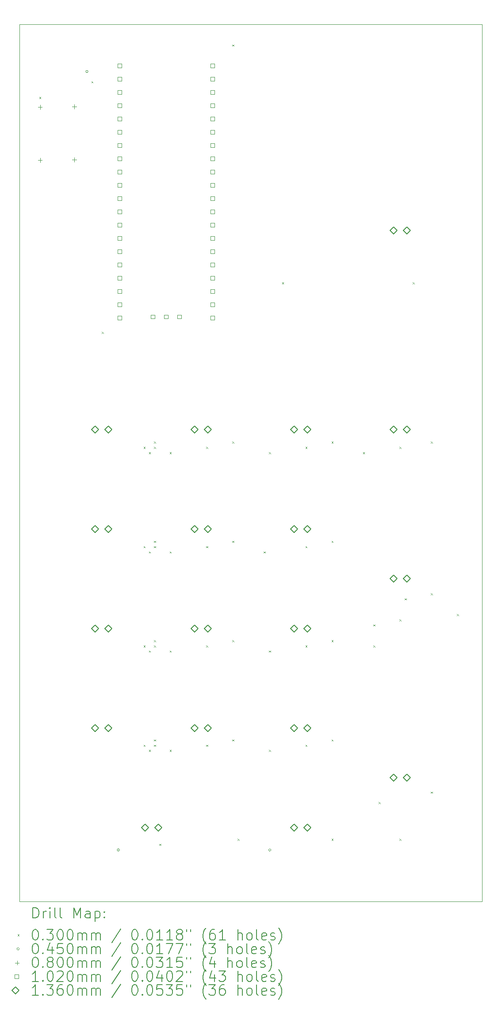
<source format=gbr>
%TF.GenerationSoftware,KiCad,Pcbnew,8.0.3*%
%TF.CreationDate,2024-07-24T13:05:15+02:00*%
%TF.ProjectId,numerical,6e756d65-7269-4636-916c-2e6b69636164,rev?*%
%TF.SameCoordinates,Original*%
%TF.FileFunction,Drillmap*%
%TF.FilePolarity,Positive*%
%FSLAX45Y45*%
G04 Gerber Fmt 4.5, Leading zero omitted, Abs format (unit mm)*
G04 Created by KiCad (PCBNEW 8.0.3) date 2024-07-24 13:05:15*
%MOMM*%
%LPD*%
G01*
G04 APERTURE LIST*
%ADD10C,0.050000*%
%ADD11C,0.200000*%
%ADD12C,0.100000*%
%ADD13C,0.102000*%
%ADD14C,0.136000*%
G04 APERTURE END LIST*
D10*
X7101500Y-3558500D02*
X15961500Y-3558500D01*
X15961500Y-20348500D01*
X7101500Y-20348500D01*
X7101500Y-3558500D01*
D11*
D12*
X7483500Y-4945000D02*
X7513500Y-4975000D01*
X7513500Y-4945000D02*
X7483500Y-4975000D01*
X8480000Y-4645000D02*
X8510000Y-4675000D01*
X8510000Y-4645000D02*
X8480000Y-4675000D01*
X8680000Y-9445000D02*
X8710000Y-9475000D01*
X8710000Y-9445000D02*
X8680000Y-9475000D01*
X9480000Y-11645000D02*
X9510000Y-11675000D01*
X9510000Y-11645000D02*
X9480000Y-11675000D01*
X9480000Y-13545000D02*
X9510000Y-13575000D01*
X9510000Y-13545000D02*
X9480000Y-13575000D01*
X9480000Y-15445000D02*
X9510000Y-15475000D01*
X9510000Y-15445000D02*
X9480000Y-15475000D01*
X9480000Y-17345000D02*
X9510000Y-17375000D01*
X9510000Y-17345000D02*
X9480000Y-17375000D01*
X9580000Y-11745000D02*
X9610000Y-11775000D01*
X9610000Y-11745000D02*
X9580000Y-11775000D01*
X9580000Y-13645000D02*
X9610000Y-13675000D01*
X9610000Y-13645000D02*
X9580000Y-13675000D01*
X9580000Y-15545000D02*
X9610000Y-15575000D01*
X9610000Y-15545000D02*
X9580000Y-15575000D01*
X9580000Y-17445000D02*
X9610000Y-17475000D01*
X9610000Y-17445000D02*
X9580000Y-17475000D01*
X9680000Y-11545000D02*
X9710000Y-11575000D01*
X9710000Y-11545000D02*
X9680000Y-11575000D01*
X9680000Y-11645000D02*
X9710000Y-11675000D01*
X9710000Y-11645000D02*
X9680000Y-11675000D01*
X9680000Y-13445000D02*
X9710000Y-13475000D01*
X9710000Y-13445000D02*
X9680000Y-13475000D01*
X9680000Y-13545000D02*
X9710000Y-13575000D01*
X9710000Y-13545000D02*
X9680000Y-13575000D01*
X9680000Y-15345000D02*
X9710000Y-15375000D01*
X9710000Y-15345000D02*
X9680000Y-15375000D01*
X9680000Y-15445000D02*
X9710000Y-15475000D01*
X9710000Y-15445000D02*
X9680000Y-15475000D01*
X9680000Y-17245000D02*
X9710000Y-17275000D01*
X9710000Y-17245000D02*
X9680000Y-17275000D01*
X9680000Y-17345000D02*
X9710000Y-17375000D01*
X9710000Y-17345000D02*
X9680000Y-17375000D01*
X9780000Y-19245000D02*
X9810000Y-19275000D01*
X9810000Y-19245000D02*
X9780000Y-19275000D01*
X9980000Y-11745000D02*
X10010000Y-11775000D01*
X10010000Y-11745000D02*
X9980000Y-11775000D01*
X9980000Y-13645000D02*
X10010000Y-13675000D01*
X10010000Y-13645000D02*
X9980000Y-13675000D01*
X9980000Y-15545000D02*
X10010000Y-15575000D01*
X10010000Y-15545000D02*
X9980000Y-15575000D01*
X9980000Y-17445000D02*
X10010000Y-17475000D01*
X10010000Y-17445000D02*
X9980000Y-17475000D01*
X10680000Y-11645000D02*
X10710000Y-11675000D01*
X10710000Y-11645000D02*
X10680000Y-11675000D01*
X10680000Y-13545000D02*
X10710000Y-13575000D01*
X10710000Y-13545000D02*
X10680000Y-13575000D01*
X10680000Y-15445000D02*
X10710000Y-15475000D01*
X10710000Y-15445000D02*
X10680000Y-15475000D01*
X10680000Y-17345000D02*
X10710000Y-17375000D01*
X10710000Y-17345000D02*
X10680000Y-17375000D01*
X11180000Y-3945000D02*
X11210000Y-3975000D01*
X11210000Y-3945000D02*
X11180000Y-3975000D01*
X11180000Y-11545000D02*
X11210000Y-11575000D01*
X11210000Y-11545000D02*
X11180000Y-11575000D01*
X11180000Y-13445000D02*
X11210000Y-13475000D01*
X11210000Y-13445000D02*
X11180000Y-13475000D01*
X11180000Y-15345000D02*
X11210000Y-15375000D01*
X11210000Y-15345000D02*
X11180000Y-15375000D01*
X11180000Y-17245000D02*
X11210000Y-17275000D01*
X11210000Y-17245000D02*
X11180000Y-17275000D01*
X11280000Y-19145000D02*
X11310000Y-19175000D01*
X11310000Y-19145000D02*
X11280000Y-19175000D01*
X11780000Y-13645000D02*
X11810000Y-13675000D01*
X11810000Y-13645000D02*
X11780000Y-13675000D01*
X11880000Y-11745000D02*
X11910000Y-11775000D01*
X11910000Y-11745000D02*
X11880000Y-11775000D01*
X11880000Y-15545000D02*
X11910000Y-15575000D01*
X11910000Y-15545000D02*
X11880000Y-15575000D01*
X11880000Y-17445000D02*
X11910000Y-17475000D01*
X11910000Y-17445000D02*
X11880000Y-17475000D01*
X12130000Y-8495000D02*
X12160000Y-8525000D01*
X12160000Y-8495000D02*
X12130000Y-8525000D01*
X12580000Y-11645000D02*
X12610000Y-11675000D01*
X12610000Y-11645000D02*
X12580000Y-11675000D01*
X12580000Y-13545000D02*
X12610000Y-13575000D01*
X12610000Y-13545000D02*
X12580000Y-13575000D01*
X12580000Y-15445000D02*
X12610000Y-15475000D01*
X12610000Y-15445000D02*
X12580000Y-15475000D01*
X12580000Y-17345000D02*
X12610000Y-17375000D01*
X12610000Y-17345000D02*
X12580000Y-17375000D01*
X13080000Y-11545000D02*
X13110000Y-11575000D01*
X13110000Y-11545000D02*
X13080000Y-11575000D01*
X13080000Y-13445000D02*
X13110000Y-13475000D01*
X13110000Y-13445000D02*
X13080000Y-13475000D01*
X13080000Y-15345000D02*
X13110000Y-15375000D01*
X13110000Y-15345000D02*
X13080000Y-15375000D01*
X13080000Y-17245000D02*
X13110000Y-17275000D01*
X13110000Y-17245000D02*
X13080000Y-17275000D01*
X13080000Y-19145000D02*
X13110000Y-19175000D01*
X13110000Y-19145000D02*
X13080000Y-19175000D01*
X13680000Y-11745000D02*
X13710000Y-11775000D01*
X13710000Y-11745000D02*
X13680000Y-11775000D01*
X13880000Y-15045000D02*
X13910000Y-15075000D01*
X13910000Y-15045000D02*
X13880000Y-15075000D01*
X13880000Y-15445000D02*
X13910000Y-15475000D01*
X13910000Y-15445000D02*
X13880000Y-15475000D01*
X13980000Y-18445000D02*
X14010000Y-18475000D01*
X14010000Y-18445000D02*
X13980000Y-18475000D01*
X14380000Y-11645000D02*
X14410000Y-11675000D01*
X14410000Y-11645000D02*
X14380000Y-11675000D01*
X14380000Y-14945000D02*
X14410000Y-14975000D01*
X14410000Y-14945000D02*
X14380000Y-14975000D01*
X14380000Y-19145000D02*
X14410000Y-19175000D01*
X14410000Y-19145000D02*
X14380000Y-19175000D01*
X14480000Y-14545000D02*
X14510000Y-14575000D01*
X14510000Y-14545000D02*
X14480000Y-14575000D01*
X14630000Y-8495000D02*
X14660000Y-8525000D01*
X14660000Y-8495000D02*
X14630000Y-8525000D01*
X14980000Y-11545000D02*
X15010000Y-11575000D01*
X15010000Y-11545000D02*
X14980000Y-11575000D01*
X14980000Y-14445000D02*
X15010000Y-14475000D01*
X15010000Y-14445000D02*
X14980000Y-14475000D01*
X14980000Y-18245000D02*
X15010000Y-18275000D01*
X15010000Y-18245000D02*
X14980000Y-18275000D01*
X15480000Y-14845000D02*
X15510000Y-14875000D01*
X15510000Y-14845000D02*
X15480000Y-14875000D01*
X8417500Y-4460000D02*
G75*
G02*
X8372500Y-4460000I-22500J0D01*
G01*
X8372500Y-4460000D02*
G75*
G02*
X8417500Y-4460000I22500J0D01*
G01*
X9017500Y-19360000D02*
G75*
G02*
X8972500Y-19360000I-22500J0D01*
G01*
X8972500Y-19360000D02*
G75*
G02*
X9017500Y-19360000I22500J0D01*
G01*
X11917500Y-19360000D02*
G75*
G02*
X11872500Y-19360000I-22500J0D01*
G01*
X11872500Y-19360000D02*
G75*
G02*
X11917500Y-19360000I22500J0D01*
G01*
X7498500Y-5101500D02*
X7498500Y-5181500D01*
X7458500Y-5141500D02*
X7538500Y-5141500D01*
X7498500Y-6117500D02*
X7498500Y-6197500D01*
X7458500Y-6157500D02*
X7538500Y-6157500D01*
X8152500Y-5091500D02*
X8152500Y-5171500D01*
X8112500Y-5131500D02*
X8192500Y-5131500D01*
X8152500Y-6107500D02*
X8152500Y-6187500D01*
X8112500Y-6147500D02*
X8192500Y-6147500D01*
D13*
X9057563Y-4384563D02*
X9057563Y-4312437D01*
X8985437Y-4312437D01*
X8985437Y-4384563D01*
X9057563Y-4384563D01*
X9057563Y-4638563D02*
X9057563Y-4566437D01*
X8985437Y-4566437D01*
X8985437Y-4638563D01*
X9057563Y-4638563D01*
X9057563Y-4892563D02*
X9057563Y-4820437D01*
X8985437Y-4820437D01*
X8985437Y-4892563D01*
X9057563Y-4892563D01*
X9057563Y-5146563D02*
X9057563Y-5074437D01*
X8985437Y-5074437D01*
X8985437Y-5146563D01*
X9057563Y-5146563D01*
X9057563Y-5400563D02*
X9057563Y-5328437D01*
X8985437Y-5328437D01*
X8985437Y-5400563D01*
X9057563Y-5400563D01*
X9057563Y-5654563D02*
X9057563Y-5582437D01*
X8985437Y-5582437D01*
X8985437Y-5654563D01*
X9057563Y-5654563D01*
X9057563Y-5908563D02*
X9057563Y-5836437D01*
X8985437Y-5836437D01*
X8985437Y-5908563D01*
X9057563Y-5908563D01*
X9057563Y-6162563D02*
X9057563Y-6090437D01*
X8985437Y-6090437D01*
X8985437Y-6162563D01*
X9057563Y-6162563D01*
X9057563Y-6416563D02*
X9057563Y-6344437D01*
X8985437Y-6344437D01*
X8985437Y-6416563D01*
X9057563Y-6416563D01*
X9057563Y-6670563D02*
X9057563Y-6598437D01*
X8985437Y-6598437D01*
X8985437Y-6670563D01*
X9057563Y-6670563D01*
X9057563Y-6924563D02*
X9057563Y-6852437D01*
X8985437Y-6852437D01*
X8985437Y-6924563D01*
X9057563Y-6924563D01*
X9057563Y-7178563D02*
X9057563Y-7106437D01*
X8985437Y-7106437D01*
X8985437Y-7178563D01*
X9057563Y-7178563D01*
X9057563Y-7432563D02*
X9057563Y-7360437D01*
X8985437Y-7360437D01*
X8985437Y-7432563D01*
X9057563Y-7432563D01*
X9057563Y-7686563D02*
X9057563Y-7614437D01*
X8985437Y-7614437D01*
X8985437Y-7686563D01*
X9057563Y-7686563D01*
X9057563Y-7940563D02*
X9057563Y-7868437D01*
X8985437Y-7868437D01*
X8985437Y-7940563D01*
X9057563Y-7940563D01*
X9057563Y-8194563D02*
X9057563Y-8122437D01*
X8985437Y-8122437D01*
X8985437Y-8194563D01*
X9057563Y-8194563D01*
X9057563Y-8448563D02*
X9057563Y-8376437D01*
X8985437Y-8376437D01*
X8985437Y-8448563D01*
X9057563Y-8448563D01*
X9057563Y-8702563D02*
X9057563Y-8630437D01*
X8985437Y-8630437D01*
X8985437Y-8702563D01*
X9057563Y-8702563D01*
X9057563Y-8956563D02*
X9057563Y-8884437D01*
X8985437Y-8884437D01*
X8985437Y-8956563D01*
X9057563Y-8956563D01*
X9057563Y-9210563D02*
X9057563Y-9138437D01*
X8985437Y-9138437D01*
X8985437Y-9210563D01*
X9057563Y-9210563D01*
X9692563Y-9187563D02*
X9692563Y-9115437D01*
X9620437Y-9115437D01*
X9620437Y-9187563D01*
X9692563Y-9187563D01*
X9946563Y-9187563D02*
X9946563Y-9115437D01*
X9874437Y-9115437D01*
X9874437Y-9187563D01*
X9946563Y-9187563D01*
X10200563Y-9187563D02*
X10200563Y-9115437D01*
X10128437Y-9115437D01*
X10128437Y-9187563D01*
X10200563Y-9187563D01*
X10835563Y-4384563D02*
X10835563Y-4312437D01*
X10763437Y-4312437D01*
X10763437Y-4384563D01*
X10835563Y-4384563D01*
X10835563Y-4638563D02*
X10835563Y-4566437D01*
X10763437Y-4566437D01*
X10763437Y-4638563D01*
X10835563Y-4638563D01*
X10835563Y-4892563D02*
X10835563Y-4820437D01*
X10763437Y-4820437D01*
X10763437Y-4892563D01*
X10835563Y-4892563D01*
X10835563Y-5146563D02*
X10835563Y-5074437D01*
X10763437Y-5074437D01*
X10763437Y-5146563D01*
X10835563Y-5146563D01*
X10835563Y-5400563D02*
X10835563Y-5328437D01*
X10763437Y-5328437D01*
X10763437Y-5400563D01*
X10835563Y-5400563D01*
X10835563Y-5654563D02*
X10835563Y-5582437D01*
X10763437Y-5582437D01*
X10763437Y-5654563D01*
X10835563Y-5654563D01*
X10835563Y-5908563D02*
X10835563Y-5836437D01*
X10763437Y-5836437D01*
X10763437Y-5908563D01*
X10835563Y-5908563D01*
X10835563Y-6162563D02*
X10835563Y-6090437D01*
X10763437Y-6090437D01*
X10763437Y-6162563D01*
X10835563Y-6162563D01*
X10835563Y-6416563D02*
X10835563Y-6344437D01*
X10763437Y-6344437D01*
X10763437Y-6416563D01*
X10835563Y-6416563D01*
X10835563Y-6670563D02*
X10835563Y-6598437D01*
X10763437Y-6598437D01*
X10763437Y-6670563D01*
X10835563Y-6670563D01*
X10835563Y-6924563D02*
X10835563Y-6852437D01*
X10763437Y-6852437D01*
X10763437Y-6924563D01*
X10835563Y-6924563D01*
X10835563Y-7178563D02*
X10835563Y-7106437D01*
X10763437Y-7106437D01*
X10763437Y-7178563D01*
X10835563Y-7178563D01*
X10835563Y-7432563D02*
X10835563Y-7360437D01*
X10763437Y-7360437D01*
X10763437Y-7432563D01*
X10835563Y-7432563D01*
X10835563Y-7686563D02*
X10835563Y-7614437D01*
X10763437Y-7614437D01*
X10763437Y-7686563D01*
X10835563Y-7686563D01*
X10835563Y-7940563D02*
X10835563Y-7868437D01*
X10763437Y-7868437D01*
X10763437Y-7940563D01*
X10835563Y-7940563D01*
X10835563Y-8194563D02*
X10835563Y-8122437D01*
X10763437Y-8122437D01*
X10763437Y-8194563D01*
X10835563Y-8194563D01*
X10835563Y-8448563D02*
X10835563Y-8376437D01*
X10763437Y-8376437D01*
X10763437Y-8448563D01*
X10835563Y-8448563D01*
X10835563Y-8702563D02*
X10835563Y-8630437D01*
X10763437Y-8630437D01*
X10763437Y-8702563D01*
X10835563Y-8702563D01*
X10835563Y-8956563D02*
X10835563Y-8884437D01*
X10763437Y-8884437D01*
X10763437Y-8956563D01*
X10835563Y-8956563D01*
X10835563Y-9210563D02*
X10835563Y-9138437D01*
X10763437Y-9138437D01*
X10763437Y-9210563D01*
X10835563Y-9210563D01*
D14*
X8553000Y-11378500D02*
X8621000Y-11310500D01*
X8553000Y-11242500D01*
X8485000Y-11310500D01*
X8553000Y-11378500D01*
X8553000Y-13283500D02*
X8621000Y-13215500D01*
X8553000Y-13147500D01*
X8485000Y-13215500D01*
X8553000Y-13283500D01*
X8553000Y-15188500D02*
X8621000Y-15120500D01*
X8553000Y-15052500D01*
X8485000Y-15120500D01*
X8553000Y-15188500D01*
X8553000Y-17093500D02*
X8621000Y-17025500D01*
X8553000Y-16957500D01*
X8485000Y-17025500D01*
X8553000Y-17093500D01*
X8807000Y-11378500D02*
X8875000Y-11310500D01*
X8807000Y-11242500D01*
X8739000Y-11310500D01*
X8807000Y-11378500D01*
X8807000Y-13283500D02*
X8875000Y-13215500D01*
X8807000Y-13147500D01*
X8739000Y-13215500D01*
X8807000Y-13283500D01*
X8807000Y-15188500D02*
X8875000Y-15120500D01*
X8807000Y-15052500D01*
X8739000Y-15120500D01*
X8807000Y-15188500D01*
X8807000Y-17093500D02*
X8875000Y-17025500D01*
X8807000Y-16957500D01*
X8739000Y-17025500D01*
X8807000Y-17093500D01*
X9505500Y-18998500D02*
X9573500Y-18930500D01*
X9505500Y-18862500D01*
X9437500Y-18930500D01*
X9505500Y-18998500D01*
X9759500Y-18998500D02*
X9827500Y-18930500D01*
X9759500Y-18862500D01*
X9691500Y-18930500D01*
X9759500Y-18998500D01*
X10458000Y-11378500D02*
X10526000Y-11310500D01*
X10458000Y-11242500D01*
X10390000Y-11310500D01*
X10458000Y-11378500D01*
X10458000Y-13283500D02*
X10526000Y-13215500D01*
X10458000Y-13147500D01*
X10390000Y-13215500D01*
X10458000Y-13283500D01*
X10458000Y-15188500D02*
X10526000Y-15120500D01*
X10458000Y-15052500D01*
X10390000Y-15120500D01*
X10458000Y-15188500D01*
X10458000Y-17093500D02*
X10526000Y-17025500D01*
X10458000Y-16957500D01*
X10390000Y-17025500D01*
X10458000Y-17093500D01*
X10712000Y-11378500D02*
X10780000Y-11310500D01*
X10712000Y-11242500D01*
X10644000Y-11310500D01*
X10712000Y-11378500D01*
X10712000Y-13283500D02*
X10780000Y-13215500D01*
X10712000Y-13147500D01*
X10644000Y-13215500D01*
X10712000Y-13283500D01*
X10712000Y-15188500D02*
X10780000Y-15120500D01*
X10712000Y-15052500D01*
X10644000Y-15120500D01*
X10712000Y-15188500D01*
X10712000Y-17093500D02*
X10780000Y-17025500D01*
X10712000Y-16957500D01*
X10644000Y-17025500D01*
X10712000Y-17093500D01*
X12363000Y-11378500D02*
X12431000Y-11310500D01*
X12363000Y-11242500D01*
X12295000Y-11310500D01*
X12363000Y-11378500D01*
X12363000Y-13283500D02*
X12431000Y-13215500D01*
X12363000Y-13147500D01*
X12295000Y-13215500D01*
X12363000Y-13283500D01*
X12363000Y-15188500D02*
X12431000Y-15120500D01*
X12363000Y-15052500D01*
X12295000Y-15120500D01*
X12363000Y-15188500D01*
X12363000Y-17093500D02*
X12431000Y-17025500D01*
X12363000Y-16957500D01*
X12295000Y-17025500D01*
X12363000Y-17093500D01*
X12363000Y-18998500D02*
X12431000Y-18930500D01*
X12363000Y-18862500D01*
X12295000Y-18930500D01*
X12363000Y-18998500D01*
X12617000Y-11378500D02*
X12685000Y-11310500D01*
X12617000Y-11242500D01*
X12549000Y-11310500D01*
X12617000Y-11378500D01*
X12617000Y-13283500D02*
X12685000Y-13215500D01*
X12617000Y-13147500D01*
X12549000Y-13215500D01*
X12617000Y-13283500D01*
X12617000Y-15188500D02*
X12685000Y-15120500D01*
X12617000Y-15052500D01*
X12549000Y-15120500D01*
X12617000Y-15188500D01*
X12617000Y-17093500D02*
X12685000Y-17025500D01*
X12617000Y-16957500D01*
X12549000Y-17025500D01*
X12617000Y-17093500D01*
X12617000Y-18998500D02*
X12685000Y-18930500D01*
X12617000Y-18862500D01*
X12549000Y-18930500D01*
X12617000Y-18998500D01*
X14268000Y-7568500D02*
X14336000Y-7500500D01*
X14268000Y-7432500D01*
X14200000Y-7500500D01*
X14268000Y-7568500D01*
X14268000Y-11378500D02*
X14336000Y-11310500D01*
X14268000Y-11242500D01*
X14200000Y-11310500D01*
X14268000Y-11378500D01*
X14268000Y-14236000D02*
X14336000Y-14168000D01*
X14268000Y-14100000D01*
X14200000Y-14168000D01*
X14268000Y-14236000D01*
X14268000Y-18046000D02*
X14336000Y-17978000D01*
X14268000Y-17910000D01*
X14200000Y-17978000D01*
X14268000Y-18046000D01*
X14522000Y-7568500D02*
X14590000Y-7500500D01*
X14522000Y-7432500D01*
X14454000Y-7500500D01*
X14522000Y-7568500D01*
X14522000Y-11378500D02*
X14590000Y-11310500D01*
X14522000Y-11242500D01*
X14454000Y-11310500D01*
X14522000Y-11378500D01*
X14522000Y-14236000D02*
X14590000Y-14168000D01*
X14522000Y-14100000D01*
X14454000Y-14168000D01*
X14522000Y-14236000D01*
X14522000Y-18046000D02*
X14590000Y-17978000D01*
X14522000Y-17910000D01*
X14454000Y-17978000D01*
X14522000Y-18046000D01*
D11*
X7359777Y-20662484D02*
X7359777Y-20462484D01*
X7359777Y-20462484D02*
X7407396Y-20462484D01*
X7407396Y-20462484D02*
X7435967Y-20472008D01*
X7435967Y-20472008D02*
X7455015Y-20491055D01*
X7455015Y-20491055D02*
X7464539Y-20510103D01*
X7464539Y-20510103D02*
X7474062Y-20548198D01*
X7474062Y-20548198D02*
X7474062Y-20576770D01*
X7474062Y-20576770D02*
X7464539Y-20614865D01*
X7464539Y-20614865D02*
X7455015Y-20633912D01*
X7455015Y-20633912D02*
X7435967Y-20652960D01*
X7435967Y-20652960D02*
X7407396Y-20662484D01*
X7407396Y-20662484D02*
X7359777Y-20662484D01*
X7559777Y-20662484D02*
X7559777Y-20529150D01*
X7559777Y-20567246D02*
X7569301Y-20548198D01*
X7569301Y-20548198D02*
X7578824Y-20538674D01*
X7578824Y-20538674D02*
X7597872Y-20529150D01*
X7597872Y-20529150D02*
X7616920Y-20529150D01*
X7683586Y-20662484D02*
X7683586Y-20529150D01*
X7683586Y-20462484D02*
X7674062Y-20472008D01*
X7674062Y-20472008D02*
X7683586Y-20481531D01*
X7683586Y-20481531D02*
X7693110Y-20472008D01*
X7693110Y-20472008D02*
X7683586Y-20462484D01*
X7683586Y-20462484D02*
X7683586Y-20481531D01*
X7807396Y-20662484D02*
X7788348Y-20652960D01*
X7788348Y-20652960D02*
X7778824Y-20633912D01*
X7778824Y-20633912D02*
X7778824Y-20462484D01*
X7912158Y-20662484D02*
X7893110Y-20652960D01*
X7893110Y-20652960D02*
X7883586Y-20633912D01*
X7883586Y-20633912D02*
X7883586Y-20462484D01*
X8140729Y-20662484D02*
X8140729Y-20462484D01*
X8140729Y-20462484D02*
X8207396Y-20605341D01*
X8207396Y-20605341D02*
X8274062Y-20462484D01*
X8274062Y-20462484D02*
X8274062Y-20662484D01*
X8455015Y-20662484D02*
X8455015Y-20557722D01*
X8455015Y-20557722D02*
X8445491Y-20538674D01*
X8445491Y-20538674D02*
X8426444Y-20529150D01*
X8426444Y-20529150D02*
X8388348Y-20529150D01*
X8388348Y-20529150D02*
X8369301Y-20538674D01*
X8455015Y-20652960D02*
X8435967Y-20662484D01*
X8435967Y-20662484D02*
X8388348Y-20662484D01*
X8388348Y-20662484D02*
X8369301Y-20652960D01*
X8369301Y-20652960D02*
X8359777Y-20633912D01*
X8359777Y-20633912D02*
X8359777Y-20614865D01*
X8359777Y-20614865D02*
X8369301Y-20595817D01*
X8369301Y-20595817D02*
X8388348Y-20586293D01*
X8388348Y-20586293D02*
X8435967Y-20586293D01*
X8435967Y-20586293D02*
X8455015Y-20576770D01*
X8550253Y-20529150D02*
X8550253Y-20729150D01*
X8550253Y-20538674D02*
X8569301Y-20529150D01*
X8569301Y-20529150D02*
X8607396Y-20529150D01*
X8607396Y-20529150D02*
X8626444Y-20538674D01*
X8626444Y-20538674D02*
X8635967Y-20548198D01*
X8635967Y-20548198D02*
X8645491Y-20567246D01*
X8645491Y-20567246D02*
X8645491Y-20624389D01*
X8645491Y-20624389D02*
X8635967Y-20643436D01*
X8635967Y-20643436D02*
X8626444Y-20652960D01*
X8626444Y-20652960D02*
X8607396Y-20662484D01*
X8607396Y-20662484D02*
X8569301Y-20662484D01*
X8569301Y-20662484D02*
X8550253Y-20652960D01*
X8731205Y-20643436D02*
X8740729Y-20652960D01*
X8740729Y-20652960D02*
X8731205Y-20662484D01*
X8731205Y-20662484D02*
X8721682Y-20652960D01*
X8721682Y-20652960D02*
X8731205Y-20643436D01*
X8731205Y-20643436D02*
X8731205Y-20662484D01*
X8731205Y-20538674D02*
X8740729Y-20548198D01*
X8740729Y-20548198D02*
X8731205Y-20557722D01*
X8731205Y-20557722D02*
X8721682Y-20548198D01*
X8721682Y-20548198D02*
X8731205Y-20538674D01*
X8731205Y-20538674D02*
X8731205Y-20557722D01*
D12*
X7069000Y-20976000D02*
X7099000Y-21006000D01*
X7099000Y-20976000D02*
X7069000Y-21006000D01*
D11*
X7397872Y-20882484D02*
X7416920Y-20882484D01*
X7416920Y-20882484D02*
X7435967Y-20892008D01*
X7435967Y-20892008D02*
X7445491Y-20901531D01*
X7445491Y-20901531D02*
X7455015Y-20920579D01*
X7455015Y-20920579D02*
X7464539Y-20958674D01*
X7464539Y-20958674D02*
X7464539Y-21006293D01*
X7464539Y-21006293D02*
X7455015Y-21044389D01*
X7455015Y-21044389D02*
X7445491Y-21063436D01*
X7445491Y-21063436D02*
X7435967Y-21072960D01*
X7435967Y-21072960D02*
X7416920Y-21082484D01*
X7416920Y-21082484D02*
X7397872Y-21082484D01*
X7397872Y-21082484D02*
X7378824Y-21072960D01*
X7378824Y-21072960D02*
X7369301Y-21063436D01*
X7369301Y-21063436D02*
X7359777Y-21044389D01*
X7359777Y-21044389D02*
X7350253Y-21006293D01*
X7350253Y-21006293D02*
X7350253Y-20958674D01*
X7350253Y-20958674D02*
X7359777Y-20920579D01*
X7359777Y-20920579D02*
X7369301Y-20901531D01*
X7369301Y-20901531D02*
X7378824Y-20892008D01*
X7378824Y-20892008D02*
X7397872Y-20882484D01*
X7550253Y-21063436D02*
X7559777Y-21072960D01*
X7559777Y-21072960D02*
X7550253Y-21082484D01*
X7550253Y-21082484D02*
X7540729Y-21072960D01*
X7540729Y-21072960D02*
X7550253Y-21063436D01*
X7550253Y-21063436D02*
X7550253Y-21082484D01*
X7626443Y-20882484D02*
X7750253Y-20882484D01*
X7750253Y-20882484D02*
X7683586Y-20958674D01*
X7683586Y-20958674D02*
X7712158Y-20958674D01*
X7712158Y-20958674D02*
X7731205Y-20968198D01*
X7731205Y-20968198D02*
X7740729Y-20977722D01*
X7740729Y-20977722D02*
X7750253Y-20996770D01*
X7750253Y-20996770D02*
X7750253Y-21044389D01*
X7750253Y-21044389D02*
X7740729Y-21063436D01*
X7740729Y-21063436D02*
X7731205Y-21072960D01*
X7731205Y-21072960D02*
X7712158Y-21082484D01*
X7712158Y-21082484D02*
X7655015Y-21082484D01*
X7655015Y-21082484D02*
X7635967Y-21072960D01*
X7635967Y-21072960D02*
X7626443Y-21063436D01*
X7874062Y-20882484D02*
X7893110Y-20882484D01*
X7893110Y-20882484D02*
X7912158Y-20892008D01*
X7912158Y-20892008D02*
X7921682Y-20901531D01*
X7921682Y-20901531D02*
X7931205Y-20920579D01*
X7931205Y-20920579D02*
X7940729Y-20958674D01*
X7940729Y-20958674D02*
X7940729Y-21006293D01*
X7940729Y-21006293D02*
X7931205Y-21044389D01*
X7931205Y-21044389D02*
X7921682Y-21063436D01*
X7921682Y-21063436D02*
X7912158Y-21072960D01*
X7912158Y-21072960D02*
X7893110Y-21082484D01*
X7893110Y-21082484D02*
X7874062Y-21082484D01*
X7874062Y-21082484D02*
X7855015Y-21072960D01*
X7855015Y-21072960D02*
X7845491Y-21063436D01*
X7845491Y-21063436D02*
X7835967Y-21044389D01*
X7835967Y-21044389D02*
X7826443Y-21006293D01*
X7826443Y-21006293D02*
X7826443Y-20958674D01*
X7826443Y-20958674D02*
X7835967Y-20920579D01*
X7835967Y-20920579D02*
X7845491Y-20901531D01*
X7845491Y-20901531D02*
X7855015Y-20892008D01*
X7855015Y-20892008D02*
X7874062Y-20882484D01*
X8064539Y-20882484D02*
X8083586Y-20882484D01*
X8083586Y-20882484D02*
X8102634Y-20892008D01*
X8102634Y-20892008D02*
X8112158Y-20901531D01*
X8112158Y-20901531D02*
X8121682Y-20920579D01*
X8121682Y-20920579D02*
X8131205Y-20958674D01*
X8131205Y-20958674D02*
X8131205Y-21006293D01*
X8131205Y-21006293D02*
X8121682Y-21044389D01*
X8121682Y-21044389D02*
X8112158Y-21063436D01*
X8112158Y-21063436D02*
X8102634Y-21072960D01*
X8102634Y-21072960D02*
X8083586Y-21082484D01*
X8083586Y-21082484D02*
X8064539Y-21082484D01*
X8064539Y-21082484D02*
X8045491Y-21072960D01*
X8045491Y-21072960D02*
X8035967Y-21063436D01*
X8035967Y-21063436D02*
X8026443Y-21044389D01*
X8026443Y-21044389D02*
X8016920Y-21006293D01*
X8016920Y-21006293D02*
X8016920Y-20958674D01*
X8016920Y-20958674D02*
X8026443Y-20920579D01*
X8026443Y-20920579D02*
X8035967Y-20901531D01*
X8035967Y-20901531D02*
X8045491Y-20892008D01*
X8045491Y-20892008D02*
X8064539Y-20882484D01*
X8216920Y-21082484D02*
X8216920Y-20949150D01*
X8216920Y-20968198D02*
X8226443Y-20958674D01*
X8226443Y-20958674D02*
X8245491Y-20949150D01*
X8245491Y-20949150D02*
X8274063Y-20949150D01*
X8274063Y-20949150D02*
X8293110Y-20958674D01*
X8293110Y-20958674D02*
X8302634Y-20977722D01*
X8302634Y-20977722D02*
X8302634Y-21082484D01*
X8302634Y-20977722D02*
X8312158Y-20958674D01*
X8312158Y-20958674D02*
X8331205Y-20949150D01*
X8331205Y-20949150D02*
X8359777Y-20949150D01*
X8359777Y-20949150D02*
X8378824Y-20958674D01*
X8378824Y-20958674D02*
X8388348Y-20977722D01*
X8388348Y-20977722D02*
X8388348Y-21082484D01*
X8483586Y-21082484D02*
X8483586Y-20949150D01*
X8483586Y-20968198D02*
X8493110Y-20958674D01*
X8493110Y-20958674D02*
X8512158Y-20949150D01*
X8512158Y-20949150D02*
X8540729Y-20949150D01*
X8540729Y-20949150D02*
X8559777Y-20958674D01*
X8559777Y-20958674D02*
X8569301Y-20977722D01*
X8569301Y-20977722D02*
X8569301Y-21082484D01*
X8569301Y-20977722D02*
X8578825Y-20958674D01*
X8578825Y-20958674D02*
X8597872Y-20949150D01*
X8597872Y-20949150D02*
X8626444Y-20949150D01*
X8626444Y-20949150D02*
X8645491Y-20958674D01*
X8645491Y-20958674D02*
X8655015Y-20977722D01*
X8655015Y-20977722D02*
X8655015Y-21082484D01*
X9045491Y-20872960D02*
X8874063Y-21130103D01*
X9302634Y-20882484D02*
X9321682Y-20882484D01*
X9321682Y-20882484D02*
X9340729Y-20892008D01*
X9340729Y-20892008D02*
X9350253Y-20901531D01*
X9350253Y-20901531D02*
X9359777Y-20920579D01*
X9359777Y-20920579D02*
X9369301Y-20958674D01*
X9369301Y-20958674D02*
X9369301Y-21006293D01*
X9369301Y-21006293D02*
X9359777Y-21044389D01*
X9359777Y-21044389D02*
X9350253Y-21063436D01*
X9350253Y-21063436D02*
X9340729Y-21072960D01*
X9340729Y-21072960D02*
X9321682Y-21082484D01*
X9321682Y-21082484D02*
X9302634Y-21082484D01*
X9302634Y-21082484D02*
X9283587Y-21072960D01*
X9283587Y-21072960D02*
X9274063Y-21063436D01*
X9274063Y-21063436D02*
X9264539Y-21044389D01*
X9264539Y-21044389D02*
X9255015Y-21006293D01*
X9255015Y-21006293D02*
X9255015Y-20958674D01*
X9255015Y-20958674D02*
X9264539Y-20920579D01*
X9264539Y-20920579D02*
X9274063Y-20901531D01*
X9274063Y-20901531D02*
X9283587Y-20892008D01*
X9283587Y-20892008D02*
X9302634Y-20882484D01*
X9455015Y-21063436D02*
X9464539Y-21072960D01*
X9464539Y-21072960D02*
X9455015Y-21082484D01*
X9455015Y-21082484D02*
X9445491Y-21072960D01*
X9445491Y-21072960D02*
X9455015Y-21063436D01*
X9455015Y-21063436D02*
X9455015Y-21082484D01*
X9588348Y-20882484D02*
X9607396Y-20882484D01*
X9607396Y-20882484D02*
X9626444Y-20892008D01*
X9626444Y-20892008D02*
X9635968Y-20901531D01*
X9635968Y-20901531D02*
X9645491Y-20920579D01*
X9645491Y-20920579D02*
X9655015Y-20958674D01*
X9655015Y-20958674D02*
X9655015Y-21006293D01*
X9655015Y-21006293D02*
X9645491Y-21044389D01*
X9645491Y-21044389D02*
X9635968Y-21063436D01*
X9635968Y-21063436D02*
X9626444Y-21072960D01*
X9626444Y-21072960D02*
X9607396Y-21082484D01*
X9607396Y-21082484D02*
X9588348Y-21082484D01*
X9588348Y-21082484D02*
X9569301Y-21072960D01*
X9569301Y-21072960D02*
X9559777Y-21063436D01*
X9559777Y-21063436D02*
X9550253Y-21044389D01*
X9550253Y-21044389D02*
X9540729Y-21006293D01*
X9540729Y-21006293D02*
X9540729Y-20958674D01*
X9540729Y-20958674D02*
X9550253Y-20920579D01*
X9550253Y-20920579D02*
X9559777Y-20901531D01*
X9559777Y-20901531D02*
X9569301Y-20892008D01*
X9569301Y-20892008D02*
X9588348Y-20882484D01*
X9845491Y-21082484D02*
X9731206Y-21082484D01*
X9788348Y-21082484D02*
X9788348Y-20882484D01*
X9788348Y-20882484D02*
X9769301Y-20911055D01*
X9769301Y-20911055D02*
X9750253Y-20930103D01*
X9750253Y-20930103D02*
X9731206Y-20939627D01*
X10035968Y-21082484D02*
X9921682Y-21082484D01*
X9978825Y-21082484D02*
X9978825Y-20882484D01*
X9978825Y-20882484D02*
X9959777Y-20911055D01*
X9959777Y-20911055D02*
X9940729Y-20930103D01*
X9940729Y-20930103D02*
X9921682Y-20939627D01*
X10150253Y-20968198D02*
X10131206Y-20958674D01*
X10131206Y-20958674D02*
X10121682Y-20949150D01*
X10121682Y-20949150D02*
X10112158Y-20930103D01*
X10112158Y-20930103D02*
X10112158Y-20920579D01*
X10112158Y-20920579D02*
X10121682Y-20901531D01*
X10121682Y-20901531D02*
X10131206Y-20892008D01*
X10131206Y-20892008D02*
X10150253Y-20882484D01*
X10150253Y-20882484D02*
X10188349Y-20882484D01*
X10188349Y-20882484D02*
X10207396Y-20892008D01*
X10207396Y-20892008D02*
X10216920Y-20901531D01*
X10216920Y-20901531D02*
X10226444Y-20920579D01*
X10226444Y-20920579D02*
X10226444Y-20930103D01*
X10226444Y-20930103D02*
X10216920Y-20949150D01*
X10216920Y-20949150D02*
X10207396Y-20958674D01*
X10207396Y-20958674D02*
X10188349Y-20968198D01*
X10188349Y-20968198D02*
X10150253Y-20968198D01*
X10150253Y-20968198D02*
X10131206Y-20977722D01*
X10131206Y-20977722D02*
X10121682Y-20987246D01*
X10121682Y-20987246D02*
X10112158Y-21006293D01*
X10112158Y-21006293D02*
X10112158Y-21044389D01*
X10112158Y-21044389D02*
X10121682Y-21063436D01*
X10121682Y-21063436D02*
X10131206Y-21072960D01*
X10131206Y-21072960D02*
X10150253Y-21082484D01*
X10150253Y-21082484D02*
X10188349Y-21082484D01*
X10188349Y-21082484D02*
X10207396Y-21072960D01*
X10207396Y-21072960D02*
X10216920Y-21063436D01*
X10216920Y-21063436D02*
X10226444Y-21044389D01*
X10226444Y-21044389D02*
X10226444Y-21006293D01*
X10226444Y-21006293D02*
X10216920Y-20987246D01*
X10216920Y-20987246D02*
X10207396Y-20977722D01*
X10207396Y-20977722D02*
X10188349Y-20968198D01*
X10302634Y-20882484D02*
X10302634Y-20920579D01*
X10378825Y-20882484D02*
X10378825Y-20920579D01*
X10674063Y-21158674D02*
X10664539Y-21149150D01*
X10664539Y-21149150D02*
X10645491Y-21120579D01*
X10645491Y-21120579D02*
X10635968Y-21101531D01*
X10635968Y-21101531D02*
X10626444Y-21072960D01*
X10626444Y-21072960D02*
X10616920Y-21025341D01*
X10616920Y-21025341D02*
X10616920Y-20987246D01*
X10616920Y-20987246D02*
X10626444Y-20939627D01*
X10626444Y-20939627D02*
X10635968Y-20911055D01*
X10635968Y-20911055D02*
X10645491Y-20892008D01*
X10645491Y-20892008D02*
X10664539Y-20863436D01*
X10664539Y-20863436D02*
X10674063Y-20853912D01*
X10835968Y-20882484D02*
X10797872Y-20882484D01*
X10797872Y-20882484D02*
X10778825Y-20892008D01*
X10778825Y-20892008D02*
X10769301Y-20901531D01*
X10769301Y-20901531D02*
X10750253Y-20930103D01*
X10750253Y-20930103D02*
X10740730Y-20968198D01*
X10740730Y-20968198D02*
X10740730Y-21044389D01*
X10740730Y-21044389D02*
X10750253Y-21063436D01*
X10750253Y-21063436D02*
X10759777Y-21072960D01*
X10759777Y-21072960D02*
X10778825Y-21082484D01*
X10778825Y-21082484D02*
X10816920Y-21082484D01*
X10816920Y-21082484D02*
X10835968Y-21072960D01*
X10835968Y-21072960D02*
X10845491Y-21063436D01*
X10845491Y-21063436D02*
X10855015Y-21044389D01*
X10855015Y-21044389D02*
X10855015Y-20996770D01*
X10855015Y-20996770D02*
X10845491Y-20977722D01*
X10845491Y-20977722D02*
X10835968Y-20968198D01*
X10835968Y-20968198D02*
X10816920Y-20958674D01*
X10816920Y-20958674D02*
X10778825Y-20958674D01*
X10778825Y-20958674D02*
X10759777Y-20968198D01*
X10759777Y-20968198D02*
X10750253Y-20977722D01*
X10750253Y-20977722D02*
X10740730Y-20996770D01*
X11045491Y-21082484D02*
X10931206Y-21082484D01*
X10988349Y-21082484D02*
X10988349Y-20882484D01*
X10988349Y-20882484D02*
X10969301Y-20911055D01*
X10969301Y-20911055D02*
X10950253Y-20930103D01*
X10950253Y-20930103D02*
X10931206Y-20939627D01*
X11283587Y-21082484D02*
X11283587Y-20882484D01*
X11369301Y-21082484D02*
X11369301Y-20977722D01*
X11369301Y-20977722D02*
X11359777Y-20958674D01*
X11359777Y-20958674D02*
X11340730Y-20949150D01*
X11340730Y-20949150D02*
X11312158Y-20949150D01*
X11312158Y-20949150D02*
X11293110Y-20958674D01*
X11293110Y-20958674D02*
X11283587Y-20968198D01*
X11493110Y-21082484D02*
X11474063Y-21072960D01*
X11474063Y-21072960D02*
X11464539Y-21063436D01*
X11464539Y-21063436D02*
X11455015Y-21044389D01*
X11455015Y-21044389D02*
X11455015Y-20987246D01*
X11455015Y-20987246D02*
X11464539Y-20968198D01*
X11464539Y-20968198D02*
X11474063Y-20958674D01*
X11474063Y-20958674D02*
X11493110Y-20949150D01*
X11493110Y-20949150D02*
X11521682Y-20949150D01*
X11521682Y-20949150D02*
X11540730Y-20958674D01*
X11540730Y-20958674D02*
X11550253Y-20968198D01*
X11550253Y-20968198D02*
X11559777Y-20987246D01*
X11559777Y-20987246D02*
X11559777Y-21044389D01*
X11559777Y-21044389D02*
X11550253Y-21063436D01*
X11550253Y-21063436D02*
X11540730Y-21072960D01*
X11540730Y-21072960D02*
X11521682Y-21082484D01*
X11521682Y-21082484D02*
X11493110Y-21082484D01*
X11674063Y-21082484D02*
X11655015Y-21072960D01*
X11655015Y-21072960D02*
X11645491Y-21053912D01*
X11645491Y-21053912D02*
X11645491Y-20882484D01*
X11826444Y-21072960D02*
X11807396Y-21082484D01*
X11807396Y-21082484D02*
X11769301Y-21082484D01*
X11769301Y-21082484D02*
X11750253Y-21072960D01*
X11750253Y-21072960D02*
X11740730Y-21053912D01*
X11740730Y-21053912D02*
X11740730Y-20977722D01*
X11740730Y-20977722D02*
X11750253Y-20958674D01*
X11750253Y-20958674D02*
X11769301Y-20949150D01*
X11769301Y-20949150D02*
X11807396Y-20949150D01*
X11807396Y-20949150D02*
X11826444Y-20958674D01*
X11826444Y-20958674D02*
X11835968Y-20977722D01*
X11835968Y-20977722D02*
X11835968Y-20996770D01*
X11835968Y-20996770D02*
X11740730Y-21015817D01*
X11912158Y-21072960D02*
X11931206Y-21082484D01*
X11931206Y-21082484D02*
X11969301Y-21082484D01*
X11969301Y-21082484D02*
X11988349Y-21072960D01*
X11988349Y-21072960D02*
X11997872Y-21053912D01*
X11997872Y-21053912D02*
X11997872Y-21044389D01*
X11997872Y-21044389D02*
X11988349Y-21025341D01*
X11988349Y-21025341D02*
X11969301Y-21015817D01*
X11969301Y-21015817D02*
X11940730Y-21015817D01*
X11940730Y-21015817D02*
X11921682Y-21006293D01*
X11921682Y-21006293D02*
X11912158Y-20987246D01*
X11912158Y-20987246D02*
X11912158Y-20977722D01*
X11912158Y-20977722D02*
X11921682Y-20958674D01*
X11921682Y-20958674D02*
X11940730Y-20949150D01*
X11940730Y-20949150D02*
X11969301Y-20949150D01*
X11969301Y-20949150D02*
X11988349Y-20958674D01*
X12064539Y-21158674D02*
X12074063Y-21149150D01*
X12074063Y-21149150D02*
X12093111Y-21120579D01*
X12093111Y-21120579D02*
X12102634Y-21101531D01*
X12102634Y-21101531D02*
X12112158Y-21072960D01*
X12112158Y-21072960D02*
X12121682Y-21025341D01*
X12121682Y-21025341D02*
X12121682Y-20987246D01*
X12121682Y-20987246D02*
X12112158Y-20939627D01*
X12112158Y-20939627D02*
X12102634Y-20911055D01*
X12102634Y-20911055D02*
X12093111Y-20892008D01*
X12093111Y-20892008D02*
X12074063Y-20863436D01*
X12074063Y-20863436D02*
X12064539Y-20853912D01*
D12*
X7099000Y-21255000D02*
G75*
G02*
X7054000Y-21255000I-22500J0D01*
G01*
X7054000Y-21255000D02*
G75*
G02*
X7099000Y-21255000I22500J0D01*
G01*
D11*
X7397872Y-21146484D02*
X7416920Y-21146484D01*
X7416920Y-21146484D02*
X7435967Y-21156008D01*
X7435967Y-21156008D02*
X7445491Y-21165531D01*
X7445491Y-21165531D02*
X7455015Y-21184579D01*
X7455015Y-21184579D02*
X7464539Y-21222674D01*
X7464539Y-21222674D02*
X7464539Y-21270293D01*
X7464539Y-21270293D02*
X7455015Y-21308389D01*
X7455015Y-21308389D02*
X7445491Y-21327436D01*
X7445491Y-21327436D02*
X7435967Y-21336960D01*
X7435967Y-21336960D02*
X7416920Y-21346484D01*
X7416920Y-21346484D02*
X7397872Y-21346484D01*
X7397872Y-21346484D02*
X7378824Y-21336960D01*
X7378824Y-21336960D02*
X7369301Y-21327436D01*
X7369301Y-21327436D02*
X7359777Y-21308389D01*
X7359777Y-21308389D02*
X7350253Y-21270293D01*
X7350253Y-21270293D02*
X7350253Y-21222674D01*
X7350253Y-21222674D02*
X7359777Y-21184579D01*
X7359777Y-21184579D02*
X7369301Y-21165531D01*
X7369301Y-21165531D02*
X7378824Y-21156008D01*
X7378824Y-21156008D02*
X7397872Y-21146484D01*
X7550253Y-21327436D02*
X7559777Y-21336960D01*
X7559777Y-21336960D02*
X7550253Y-21346484D01*
X7550253Y-21346484D02*
X7540729Y-21336960D01*
X7540729Y-21336960D02*
X7550253Y-21327436D01*
X7550253Y-21327436D02*
X7550253Y-21346484D01*
X7731205Y-21213150D02*
X7731205Y-21346484D01*
X7683586Y-21136960D02*
X7635967Y-21279817D01*
X7635967Y-21279817D02*
X7759777Y-21279817D01*
X7931205Y-21146484D02*
X7835967Y-21146484D01*
X7835967Y-21146484D02*
X7826443Y-21241722D01*
X7826443Y-21241722D02*
X7835967Y-21232198D01*
X7835967Y-21232198D02*
X7855015Y-21222674D01*
X7855015Y-21222674D02*
X7902634Y-21222674D01*
X7902634Y-21222674D02*
X7921682Y-21232198D01*
X7921682Y-21232198D02*
X7931205Y-21241722D01*
X7931205Y-21241722D02*
X7940729Y-21260770D01*
X7940729Y-21260770D02*
X7940729Y-21308389D01*
X7940729Y-21308389D02*
X7931205Y-21327436D01*
X7931205Y-21327436D02*
X7921682Y-21336960D01*
X7921682Y-21336960D02*
X7902634Y-21346484D01*
X7902634Y-21346484D02*
X7855015Y-21346484D01*
X7855015Y-21346484D02*
X7835967Y-21336960D01*
X7835967Y-21336960D02*
X7826443Y-21327436D01*
X8064539Y-21146484D02*
X8083586Y-21146484D01*
X8083586Y-21146484D02*
X8102634Y-21156008D01*
X8102634Y-21156008D02*
X8112158Y-21165531D01*
X8112158Y-21165531D02*
X8121682Y-21184579D01*
X8121682Y-21184579D02*
X8131205Y-21222674D01*
X8131205Y-21222674D02*
X8131205Y-21270293D01*
X8131205Y-21270293D02*
X8121682Y-21308389D01*
X8121682Y-21308389D02*
X8112158Y-21327436D01*
X8112158Y-21327436D02*
X8102634Y-21336960D01*
X8102634Y-21336960D02*
X8083586Y-21346484D01*
X8083586Y-21346484D02*
X8064539Y-21346484D01*
X8064539Y-21346484D02*
X8045491Y-21336960D01*
X8045491Y-21336960D02*
X8035967Y-21327436D01*
X8035967Y-21327436D02*
X8026443Y-21308389D01*
X8026443Y-21308389D02*
X8016920Y-21270293D01*
X8016920Y-21270293D02*
X8016920Y-21222674D01*
X8016920Y-21222674D02*
X8026443Y-21184579D01*
X8026443Y-21184579D02*
X8035967Y-21165531D01*
X8035967Y-21165531D02*
X8045491Y-21156008D01*
X8045491Y-21156008D02*
X8064539Y-21146484D01*
X8216920Y-21346484D02*
X8216920Y-21213150D01*
X8216920Y-21232198D02*
X8226443Y-21222674D01*
X8226443Y-21222674D02*
X8245491Y-21213150D01*
X8245491Y-21213150D02*
X8274063Y-21213150D01*
X8274063Y-21213150D02*
X8293110Y-21222674D01*
X8293110Y-21222674D02*
X8302634Y-21241722D01*
X8302634Y-21241722D02*
X8302634Y-21346484D01*
X8302634Y-21241722D02*
X8312158Y-21222674D01*
X8312158Y-21222674D02*
X8331205Y-21213150D01*
X8331205Y-21213150D02*
X8359777Y-21213150D01*
X8359777Y-21213150D02*
X8378824Y-21222674D01*
X8378824Y-21222674D02*
X8388348Y-21241722D01*
X8388348Y-21241722D02*
X8388348Y-21346484D01*
X8483586Y-21346484D02*
X8483586Y-21213150D01*
X8483586Y-21232198D02*
X8493110Y-21222674D01*
X8493110Y-21222674D02*
X8512158Y-21213150D01*
X8512158Y-21213150D02*
X8540729Y-21213150D01*
X8540729Y-21213150D02*
X8559777Y-21222674D01*
X8559777Y-21222674D02*
X8569301Y-21241722D01*
X8569301Y-21241722D02*
X8569301Y-21346484D01*
X8569301Y-21241722D02*
X8578825Y-21222674D01*
X8578825Y-21222674D02*
X8597872Y-21213150D01*
X8597872Y-21213150D02*
X8626444Y-21213150D01*
X8626444Y-21213150D02*
X8645491Y-21222674D01*
X8645491Y-21222674D02*
X8655015Y-21241722D01*
X8655015Y-21241722D02*
X8655015Y-21346484D01*
X9045491Y-21136960D02*
X8874063Y-21394103D01*
X9302634Y-21146484D02*
X9321682Y-21146484D01*
X9321682Y-21146484D02*
X9340729Y-21156008D01*
X9340729Y-21156008D02*
X9350253Y-21165531D01*
X9350253Y-21165531D02*
X9359777Y-21184579D01*
X9359777Y-21184579D02*
X9369301Y-21222674D01*
X9369301Y-21222674D02*
X9369301Y-21270293D01*
X9369301Y-21270293D02*
X9359777Y-21308389D01*
X9359777Y-21308389D02*
X9350253Y-21327436D01*
X9350253Y-21327436D02*
X9340729Y-21336960D01*
X9340729Y-21336960D02*
X9321682Y-21346484D01*
X9321682Y-21346484D02*
X9302634Y-21346484D01*
X9302634Y-21346484D02*
X9283587Y-21336960D01*
X9283587Y-21336960D02*
X9274063Y-21327436D01*
X9274063Y-21327436D02*
X9264539Y-21308389D01*
X9264539Y-21308389D02*
X9255015Y-21270293D01*
X9255015Y-21270293D02*
X9255015Y-21222674D01*
X9255015Y-21222674D02*
X9264539Y-21184579D01*
X9264539Y-21184579D02*
X9274063Y-21165531D01*
X9274063Y-21165531D02*
X9283587Y-21156008D01*
X9283587Y-21156008D02*
X9302634Y-21146484D01*
X9455015Y-21327436D02*
X9464539Y-21336960D01*
X9464539Y-21336960D02*
X9455015Y-21346484D01*
X9455015Y-21346484D02*
X9445491Y-21336960D01*
X9445491Y-21336960D02*
X9455015Y-21327436D01*
X9455015Y-21327436D02*
X9455015Y-21346484D01*
X9588348Y-21146484D02*
X9607396Y-21146484D01*
X9607396Y-21146484D02*
X9626444Y-21156008D01*
X9626444Y-21156008D02*
X9635968Y-21165531D01*
X9635968Y-21165531D02*
X9645491Y-21184579D01*
X9645491Y-21184579D02*
X9655015Y-21222674D01*
X9655015Y-21222674D02*
X9655015Y-21270293D01*
X9655015Y-21270293D02*
X9645491Y-21308389D01*
X9645491Y-21308389D02*
X9635968Y-21327436D01*
X9635968Y-21327436D02*
X9626444Y-21336960D01*
X9626444Y-21336960D02*
X9607396Y-21346484D01*
X9607396Y-21346484D02*
X9588348Y-21346484D01*
X9588348Y-21346484D02*
X9569301Y-21336960D01*
X9569301Y-21336960D02*
X9559777Y-21327436D01*
X9559777Y-21327436D02*
X9550253Y-21308389D01*
X9550253Y-21308389D02*
X9540729Y-21270293D01*
X9540729Y-21270293D02*
X9540729Y-21222674D01*
X9540729Y-21222674D02*
X9550253Y-21184579D01*
X9550253Y-21184579D02*
X9559777Y-21165531D01*
X9559777Y-21165531D02*
X9569301Y-21156008D01*
X9569301Y-21156008D02*
X9588348Y-21146484D01*
X9845491Y-21346484D02*
X9731206Y-21346484D01*
X9788348Y-21346484D02*
X9788348Y-21146484D01*
X9788348Y-21146484D02*
X9769301Y-21175055D01*
X9769301Y-21175055D02*
X9750253Y-21194103D01*
X9750253Y-21194103D02*
X9731206Y-21203627D01*
X9912158Y-21146484D02*
X10045491Y-21146484D01*
X10045491Y-21146484D02*
X9959777Y-21346484D01*
X10102634Y-21146484D02*
X10235968Y-21146484D01*
X10235968Y-21146484D02*
X10150253Y-21346484D01*
X10302634Y-21146484D02*
X10302634Y-21184579D01*
X10378825Y-21146484D02*
X10378825Y-21184579D01*
X10674063Y-21422674D02*
X10664539Y-21413150D01*
X10664539Y-21413150D02*
X10645491Y-21384579D01*
X10645491Y-21384579D02*
X10635968Y-21365531D01*
X10635968Y-21365531D02*
X10626444Y-21336960D01*
X10626444Y-21336960D02*
X10616920Y-21289341D01*
X10616920Y-21289341D02*
X10616920Y-21251246D01*
X10616920Y-21251246D02*
X10626444Y-21203627D01*
X10626444Y-21203627D02*
X10635968Y-21175055D01*
X10635968Y-21175055D02*
X10645491Y-21156008D01*
X10645491Y-21156008D02*
X10664539Y-21127436D01*
X10664539Y-21127436D02*
X10674063Y-21117912D01*
X10731206Y-21146484D02*
X10855015Y-21146484D01*
X10855015Y-21146484D02*
X10788349Y-21222674D01*
X10788349Y-21222674D02*
X10816920Y-21222674D01*
X10816920Y-21222674D02*
X10835968Y-21232198D01*
X10835968Y-21232198D02*
X10845491Y-21241722D01*
X10845491Y-21241722D02*
X10855015Y-21260770D01*
X10855015Y-21260770D02*
X10855015Y-21308389D01*
X10855015Y-21308389D02*
X10845491Y-21327436D01*
X10845491Y-21327436D02*
X10835968Y-21336960D01*
X10835968Y-21336960D02*
X10816920Y-21346484D01*
X10816920Y-21346484D02*
X10759777Y-21346484D01*
X10759777Y-21346484D02*
X10740730Y-21336960D01*
X10740730Y-21336960D02*
X10731206Y-21327436D01*
X11093111Y-21346484D02*
X11093111Y-21146484D01*
X11178825Y-21346484D02*
X11178825Y-21241722D01*
X11178825Y-21241722D02*
X11169301Y-21222674D01*
X11169301Y-21222674D02*
X11150253Y-21213150D01*
X11150253Y-21213150D02*
X11121682Y-21213150D01*
X11121682Y-21213150D02*
X11102634Y-21222674D01*
X11102634Y-21222674D02*
X11093111Y-21232198D01*
X11302634Y-21346484D02*
X11283587Y-21336960D01*
X11283587Y-21336960D02*
X11274063Y-21327436D01*
X11274063Y-21327436D02*
X11264539Y-21308389D01*
X11264539Y-21308389D02*
X11264539Y-21251246D01*
X11264539Y-21251246D02*
X11274063Y-21232198D01*
X11274063Y-21232198D02*
X11283587Y-21222674D01*
X11283587Y-21222674D02*
X11302634Y-21213150D01*
X11302634Y-21213150D02*
X11331206Y-21213150D01*
X11331206Y-21213150D02*
X11350253Y-21222674D01*
X11350253Y-21222674D02*
X11359777Y-21232198D01*
X11359777Y-21232198D02*
X11369301Y-21251246D01*
X11369301Y-21251246D02*
X11369301Y-21308389D01*
X11369301Y-21308389D02*
X11359777Y-21327436D01*
X11359777Y-21327436D02*
X11350253Y-21336960D01*
X11350253Y-21336960D02*
X11331206Y-21346484D01*
X11331206Y-21346484D02*
X11302634Y-21346484D01*
X11483587Y-21346484D02*
X11464539Y-21336960D01*
X11464539Y-21336960D02*
X11455015Y-21317912D01*
X11455015Y-21317912D02*
X11455015Y-21146484D01*
X11635968Y-21336960D02*
X11616920Y-21346484D01*
X11616920Y-21346484D02*
X11578825Y-21346484D01*
X11578825Y-21346484D02*
X11559777Y-21336960D01*
X11559777Y-21336960D02*
X11550253Y-21317912D01*
X11550253Y-21317912D02*
X11550253Y-21241722D01*
X11550253Y-21241722D02*
X11559777Y-21222674D01*
X11559777Y-21222674D02*
X11578825Y-21213150D01*
X11578825Y-21213150D02*
X11616920Y-21213150D01*
X11616920Y-21213150D02*
X11635968Y-21222674D01*
X11635968Y-21222674D02*
X11645491Y-21241722D01*
X11645491Y-21241722D02*
X11645491Y-21260770D01*
X11645491Y-21260770D02*
X11550253Y-21279817D01*
X11721682Y-21336960D02*
X11740730Y-21346484D01*
X11740730Y-21346484D02*
X11778825Y-21346484D01*
X11778825Y-21346484D02*
X11797872Y-21336960D01*
X11797872Y-21336960D02*
X11807396Y-21317912D01*
X11807396Y-21317912D02*
X11807396Y-21308389D01*
X11807396Y-21308389D02*
X11797872Y-21289341D01*
X11797872Y-21289341D02*
X11778825Y-21279817D01*
X11778825Y-21279817D02*
X11750253Y-21279817D01*
X11750253Y-21279817D02*
X11731206Y-21270293D01*
X11731206Y-21270293D02*
X11721682Y-21251246D01*
X11721682Y-21251246D02*
X11721682Y-21241722D01*
X11721682Y-21241722D02*
X11731206Y-21222674D01*
X11731206Y-21222674D02*
X11750253Y-21213150D01*
X11750253Y-21213150D02*
X11778825Y-21213150D01*
X11778825Y-21213150D02*
X11797872Y-21222674D01*
X11874063Y-21422674D02*
X11883587Y-21413150D01*
X11883587Y-21413150D02*
X11902634Y-21384579D01*
X11902634Y-21384579D02*
X11912158Y-21365531D01*
X11912158Y-21365531D02*
X11921682Y-21336960D01*
X11921682Y-21336960D02*
X11931206Y-21289341D01*
X11931206Y-21289341D02*
X11931206Y-21251246D01*
X11931206Y-21251246D02*
X11921682Y-21203627D01*
X11921682Y-21203627D02*
X11912158Y-21175055D01*
X11912158Y-21175055D02*
X11902634Y-21156008D01*
X11902634Y-21156008D02*
X11883587Y-21127436D01*
X11883587Y-21127436D02*
X11874063Y-21117912D01*
D12*
X7059000Y-21479000D02*
X7059000Y-21559000D01*
X7019000Y-21519000D02*
X7099000Y-21519000D01*
D11*
X7397872Y-21410484D02*
X7416920Y-21410484D01*
X7416920Y-21410484D02*
X7435967Y-21420008D01*
X7435967Y-21420008D02*
X7445491Y-21429531D01*
X7445491Y-21429531D02*
X7455015Y-21448579D01*
X7455015Y-21448579D02*
X7464539Y-21486674D01*
X7464539Y-21486674D02*
X7464539Y-21534293D01*
X7464539Y-21534293D02*
X7455015Y-21572389D01*
X7455015Y-21572389D02*
X7445491Y-21591436D01*
X7445491Y-21591436D02*
X7435967Y-21600960D01*
X7435967Y-21600960D02*
X7416920Y-21610484D01*
X7416920Y-21610484D02*
X7397872Y-21610484D01*
X7397872Y-21610484D02*
X7378824Y-21600960D01*
X7378824Y-21600960D02*
X7369301Y-21591436D01*
X7369301Y-21591436D02*
X7359777Y-21572389D01*
X7359777Y-21572389D02*
X7350253Y-21534293D01*
X7350253Y-21534293D02*
X7350253Y-21486674D01*
X7350253Y-21486674D02*
X7359777Y-21448579D01*
X7359777Y-21448579D02*
X7369301Y-21429531D01*
X7369301Y-21429531D02*
X7378824Y-21420008D01*
X7378824Y-21420008D02*
X7397872Y-21410484D01*
X7550253Y-21591436D02*
X7559777Y-21600960D01*
X7559777Y-21600960D02*
X7550253Y-21610484D01*
X7550253Y-21610484D02*
X7540729Y-21600960D01*
X7540729Y-21600960D02*
X7550253Y-21591436D01*
X7550253Y-21591436D02*
X7550253Y-21610484D01*
X7674062Y-21496198D02*
X7655015Y-21486674D01*
X7655015Y-21486674D02*
X7645491Y-21477150D01*
X7645491Y-21477150D02*
X7635967Y-21458103D01*
X7635967Y-21458103D02*
X7635967Y-21448579D01*
X7635967Y-21448579D02*
X7645491Y-21429531D01*
X7645491Y-21429531D02*
X7655015Y-21420008D01*
X7655015Y-21420008D02*
X7674062Y-21410484D01*
X7674062Y-21410484D02*
X7712158Y-21410484D01*
X7712158Y-21410484D02*
X7731205Y-21420008D01*
X7731205Y-21420008D02*
X7740729Y-21429531D01*
X7740729Y-21429531D02*
X7750253Y-21448579D01*
X7750253Y-21448579D02*
X7750253Y-21458103D01*
X7750253Y-21458103D02*
X7740729Y-21477150D01*
X7740729Y-21477150D02*
X7731205Y-21486674D01*
X7731205Y-21486674D02*
X7712158Y-21496198D01*
X7712158Y-21496198D02*
X7674062Y-21496198D01*
X7674062Y-21496198D02*
X7655015Y-21505722D01*
X7655015Y-21505722D02*
X7645491Y-21515246D01*
X7645491Y-21515246D02*
X7635967Y-21534293D01*
X7635967Y-21534293D02*
X7635967Y-21572389D01*
X7635967Y-21572389D02*
X7645491Y-21591436D01*
X7645491Y-21591436D02*
X7655015Y-21600960D01*
X7655015Y-21600960D02*
X7674062Y-21610484D01*
X7674062Y-21610484D02*
X7712158Y-21610484D01*
X7712158Y-21610484D02*
X7731205Y-21600960D01*
X7731205Y-21600960D02*
X7740729Y-21591436D01*
X7740729Y-21591436D02*
X7750253Y-21572389D01*
X7750253Y-21572389D02*
X7750253Y-21534293D01*
X7750253Y-21534293D02*
X7740729Y-21515246D01*
X7740729Y-21515246D02*
X7731205Y-21505722D01*
X7731205Y-21505722D02*
X7712158Y-21496198D01*
X7874062Y-21410484D02*
X7893110Y-21410484D01*
X7893110Y-21410484D02*
X7912158Y-21420008D01*
X7912158Y-21420008D02*
X7921682Y-21429531D01*
X7921682Y-21429531D02*
X7931205Y-21448579D01*
X7931205Y-21448579D02*
X7940729Y-21486674D01*
X7940729Y-21486674D02*
X7940729Y-21534293D01*
X7940729Y-21534293D02*
X7931205Y-21572389D01*
X7931205Y-21572389D02*
X7921682Y-21591436D01*
X7921682Y-21591436D02*
X7912158Y-21600960D01*
X7912158Y-21600960D02*
X7893110Y-21610484D01*
X7893110Y-21610484D02*
X7874062Y-21610484D01*
X7874062Y-21610484D02*
X7855015Y-21600960D01*
X7855015Y-21600960D02*
X7845491Y-21591436D01*
X7845491Y-21591436D02*
X7835967Y-21572389D01*
X7835967Y-21572389D02*
X7826443Y-21534293D01*
X7826443Y-21534293D02*
X7826443Y-21486674D01*
X7826443Y-21486674D02*
X7835967Y-21448579D01*
X7835967Y-21448579D02*
X7845491Y-21429531D01*
X7845491Y-21429531D02*
X7855015Y-21420008D01*
X7855015Y-21420008D02*
X7874062Y-21410484D01*
X8064539Y-21410484D02*
X8083586Y-21410484D01*
X8083586Y-21410484D02*
X8102634Y-21420008D01*
X8102634Y-21420008D02*
X8112158Y-21429531D01*
X8112158Y-21429531D02*
X8121682Y-21448579D01*
X8121682Y-21448579D02*
X8131205Y-21486674D01*
X8131205Y-21486674D02*
X8131205Y-21534293D01*
X8131205Y-21534293D02*
X8121682Y-21572389D01*
X8121682Y-21572389D02*
X8112158Y-21591436D01*
X8112158Y-21591436D02*
X8102634Y-21600960D01*
X8102634Y-21600960D02*
X8083586Y-21610484D01*
X8083586Y-21610484D02*
X8064539Y-21610484D01*
X8064539Y-21610484D02*
X8045491Y-21600960D01*
X8045491Y-21600960D02*
X8035967Y-21591436D01*
X8035967Y-21591436D02*
X8026443Y-21572389D01*
X8026443Y-21572389D02*
X8016920Y-21534293D01*
X8016920Y-21534293D02*
X8016920Y-21486674D01*
X8016920Y-21486674D02*
X8026443Y-21448579D01*
X8026443Y-21448579D02*
X8035967Y-21429531D01*
X8035967Y-21429531D02*
X8045491Y-21420008D01*
X8045491Y-21420008D02*
X8064539Y-21410484D01*
X8216920Y-21610484D02*
X8216920Y-21477150D01*
X8216920Y-21496198D02*
X8226443Y-21486674D01*
X8226443Y-21486674D02*
X8245491Y-21477150D01*
X8245491Y-21477150D02*
X8274063Y-21477150D01*
X8274063Y-21477150D02*
X8293110Y-21486674D01*
X8293110Y-21486674D02*
X8302634Y-21505722D01*
X8302634Y-21505722D02*
X8302634Y-21610484D01*
X8302634Y-21505722D02*
X8312158Y-21486674D01*
X8312158Y-21486674D02*
X8331205Y-21477150D01*
X8331205Y-21477150D02*
X8359777Y-21477150D01*
X8359777Y-21477150D02*
X8378824Y-21486674D01*
X8378824Y-21486674D02*
X8388348Y-21505722D01*
X8388348Y-21505722D02*
X8388348Y-21610484D01*
X8483586Y-21610484D02*
X8483586Y-21477150D01*
X8483586Y-21496198D02*
X8493110Y-21486674D01*
X8493110Y-21486674D02*
X8512158Y-21477150D01*
X8512158Y-21477150D02*
X8540729Y-21477150D01*
X8540729Y-21477150D02*
X8559777Y-21486674D01*
X8559777Y-21486674D02*
X8569301Y-21505722D01*
X8569301Y-21505722D02*
X8569301Y-21610484D01*
X8569301Y-21505722D02*
X8578825Y-21486674D01*
X8578825Y-21486674D02*
X8597872Y-21477150D01*
X8597872Y-21477150D02*
X8626444Y-21477150D01*
X8626444Y-21477150D02*
X8645491Y-21486674D01*
X8645491Y-21486674D02*
X8655015Y-21505722D01*
X8655015Y-21505722D02*
X8655015Y-21610484D01*
X9045491Y-21400960D02*
X8874063Y-21658103D01*
X9302634Y-21410484D02*
X9321682Y-21410484D01*
X9321682Y-21410484D02*
X9340729Y-21420008D01*
X9340729Y-21420008D02*
X9350253Y-21429531D01*
X9350253Y-21429531D02*
X9359777Y-21448579D01*
X9359777Y-21448579D02*
X9369301Y-21486674D01*
X9369301Y-21486674D02*
X9369301Y-21534293D01*
X9369301Y-21534293D02*
X9359777Y-21572389D01*
X9359777Y-21572389D02*
X9350253Y-21591436D01*
X9350253Y-21591436D02*
X9340729Y-21600960D01*
X9340729Y-21600960D02*
X9321682Y-21610484D01*
X9321682Y-21610484D02*
X9302634Y-21610484D01*
X9302634Y-21610484D02*
X9283587Y-21600960D01*
X9283587Y-21600960D02*
X9274063Y-21591436D01*
X9274063Y-21591436D02*
X9264539Y-21572389D01*
X9264539Y-21572389D02*
X9255015Y-21534293D01*
X9255015Y-21534293D02*
X9255015Y-21486674D01*
X9255015Y-21486674D02*
X9264539Y-21448579D01*
X9264539Y-21448579D02*
X9274063Y-21429531D01*
X9274063Y-21429531D02*
X9283587Y-21420008D01*
X9283587Y-21420008D02*
X9302634Y-21410484D01*
X9455015Y-21591436D02*
X9464539Y-21600960D01*
X9464539Y-21600960D02*
X9455015Y-21610484D01*
X9455015Y-21610484D02*
X9445491Y-21600960D01*
X9445491Y-21600960D02*
X9455015Y-21591436D01*
X9455015Y-21591436D02*
X9455015Y-21610484D01*
X9588348Y-21410484D02*
X9607396Y-21410484D01*
X9607396Y-21410484D02*
X9626444Y-21420008D01*
X9626444Y-21420008D02*
X9635968Y-21429531D01*
X9635968Y-21429531D02*
X9645491Y-21448579D01*
X9645491Y-21448579D02*
X9655015Y-21486674D01*
X9655015Y-21486674D02*
X9655015Y-21534293D01*
X9655015Y-21534293D02*
X9645491Y-21572389D01*
X9645491Y-21572389D02*
X9635968Y-21591436D01*
X9635968Y-21591436D02*
X9626444Y-21600960D01*
X9626444Y-21600960D02*
X9607396Y-21610484D01*
X9607396Y-21610484D02*
X9588348Y-21610484D01*
X9588348Y-21610484D02*
X9569301Y-21600960D01*
X9569301Y-21600960D02*
X9559777Y-21591436D01*
X9559777Y-21591436D02*
X9550253Y-21572389D01*
X9550253Y-21572389D02*
X9540729Y-21534293D01*
X9540729Y-21534293D02*
X9540729Y-21486674D01*
X9540729Y-21486674D02*
X9550253Y-21448579D01*
X9550253Y-21448579D02*
X9559777Y-21429531D01*
X9559777Y-21429531D02*
X9569301Y-21420008D01*
X9569301Y-21420008D02*
X9588348Y-21410484D01*
X9721682Y-21410484D02*
X9845491Y-21410484D01*
X9845491Y-21410484D02*
X9778825Y-21486674D01*
X9778825Y-21486674D02*
X9807396Y-21486674D01*
X9807396Y-21486674D02*
X9826444Y-21496198D01*
X9826444Y-21496198D02*
X9835968Y-21505722D01*
X9835968Y-21505722D02*
X9845491Y-21524770D01*
X9845491Y-21524770D02*
X9845491Y-21572389D01*
X9845491Y-21572389D02*
X9835968Y-21591436D01*
X9835968Y-21591436D02*
X9826444Y-21600960D01*
X9826444Y-21600960D02*
X9807396Y-21610484D01*
X9807396Y-21610484D02*
X9750253Y-21610484D01*
X9750253Y-21610484D02*
X9731206Y-21600960D01*
X9731206Y-21600960D02*
X9721682Y-21591436D01*
X10035968Y-21610484D02*
X9921682Y-21610484D01*
X9978825Y-21610484D02*
X9978825Y-21410484D01*
X9978825Y-21410484D02*
X9959777Y-21439055D01*
X9959777Y-21439055D02*
X9940729Y-21458103D01*
X9940729Y-21458103D02*
X9921682Y-21467627D01*
X10216920Y-21410484D02*
X10121682Y-21410484D01*
X10121682Y-21410484D02*
X10112158Y-21505722D01*
X10112158Y-21505722D02*
X10121682Y-21496198D01*
X10121682Y-21496198D02*
X10140729Y-21486674D01*
X10140729Y-21486674D02*
X10188349Y-21486674D01*
X10188349Y-21486674D02*
X10207396Y-21496198D01*
X10207396Y-21496198D02*
X10216920Y-21505722D01*
X10216920Y-21505722D02*
X10226444Y-21524770D01*
X10226444Y-21524770D02*
X10226444Y-21572389D01*
X10226444Y-21572389D02*
X10216920Y-21591436D01*
X10216920Y-21591436D02*
X10207396Y-21600960D01*
X10207396Y-21600960D02*
X10188349Y-21610484D01*
X10188349Y-21610484D02*
X10140729Y-21610484D01*
X10140729Y-21610484D02*
X10121682Y-21600960D01*
X10121682Y-21600960D02*
X10112158Y-21591436D01*
X10302634Y-21410484D02*
X10302634Y-21448579D01*
X10378825Y-21410484D02*
X10378825Y-21448579D01*
X10674063Y-21686674D02*
X10664539Y-21677150D01*
X10664539Y-21677150D02*
X10645491Y-21648579D01*
X10645491Y-21648579D02*
X10635968Y-21629531D01*
X10635968Y-21629531D02*
X10626444Y-21600960D01*
X10626444Y-21600960D02*
X10616920Y-21553341D01*
X10616920Y-21553341D02*
X10616920Y-21515246D01*
X10616920Y-21515246D02*
X10626444Y-21467627D01*
X10626444Y-21467627D02*
X10635968Y-21439055D01*
X10635968Y-21439055D02*
X10645491Y-21420008D01*
X10645491Y-21420008D02*
X10664539Y-21391436D01*
X10664539Y-21391436D02*
X10674063Y-21381912D01*
X10835968Y-21477150D02*
X10835968Y-21610484D01*
X10788349Y-21400960D02*
X10740730Y-21543817D01*
X10740730Y-21543817D02*
X10864539Y-21543817D01*
X11093111Y-21610484D02*
X11093111Y-21410484D01*
X11178825Y-21610484D02*
X11178825Y-21505722D01*
X11178825Y-21505722D02*
X11169301Y-21486674D01*
X11169301Y-21486674D02*
X11150253Y-21477150D01*
X11150253Y-21477150D02*
X11121682Y-21477150D01*
X11121682Y-21477150D02*
X11102634Y-21486674D01*
X11102634Y-21486674D02*
X11093111Y-21496198D01*
X11302634Y-21610484D02*
X11283587Y-21600960D01*
X11283587Y-21600960D02*
X11274063Y-21591436D01*
X11274063Y-21591436D02*
X11264539Y-21572389D01*
X11264539Y-21572389D02*
X11264539Y-21515246D01*
X11264539Y-21515246D02*
X11274063Y-21496198D01*
X11274063Y-21496198D02*
X11283587Y-21486674D01*
X11283587Y-21486674D02*
X11302634Y-21477150D01*
X11302634Y-21477150D02*
X11331206Y-21477150D01*
X11331206Y-21477150D02*
X11350253Y-21486674D01*
X11350253Y-21486674D02*
X11359777Y-21496198D01*
X11359777Y-21496198D02*
X11369301Y-21515246D01*
X11369301Y-21515246D02*
X11369301Y-21572389D01*
X11369301Y-21572389D02*
X11359777Y-21591436D01*
X11359777Y-21591436D02*
X11350253Y-21600960D01*
X11350253Y-21600960D02*
X11331206Y-21610484D01*
X11331206Y-21610484D02*
X11302634Y-21610484D01*
X11483587Y-21610484D02*
X11464539Y-21600960D01*
X11464539Y-21600960D02*
X11455015Y-21581912D01*
X11455015Y-21581912D02*
X11455015Y-21410484D01*
X11635968Y-21600960D02*
X11616920Y-21610484D01*
X11616920Y-21610484D02*
X11578825Y-21610484D01*
X11578825Y-21610484D02*
X11559777Y-21600960D01*
X11559777Y-21600960D02*
X11550253Y-21581912D01*
X11550253Y-21581912D02*
X11550253Y-21505722D01*
X11550253Y-21505722D02*
X11559777Y-21486674D01*
X11559777Y-21486674D02*
X11578825Y-21477150D01*
X11578825Y-21477150D02*
X11616920Y-21477150D01*
X11616920Y-21477150D02*
X11635968Y-21486674D01*
X11635968Y-21486674D02*
X11645491Y-21505722D01*
X11645491Y-21505722D02*
X11645491Y-21524770D01*
X11645491Y-21524770D02*
X11550253Y-21543817D01*
X11721682Y-21600960D02*
X11740730Y-21610484D01*
X11740730Y-21610484D02*
X11778825Y-21610484D01*
X11778825Y-21610484D02*
X11797872Y-21600960D01*
X11797872Y-21600960D02*
X11807396Y-21581912D01*
X11807396Y-21581912D02*
X11807396Y-21572389D01*
X11807396Y-21572389D02*
X11797872Y-21553341D01*
X11797872Y-21553341D02*
X11778825Y-21543817D01*
X11778825Y-21543817D02*
X11750253Y-21543817D01*
X11750253Y-21543817D02*
X11731206Y-21534293D01*
X11731206Y-21534293D02*
X11721682Y-21515246D01*
X11721682Y-21515246D02*
X11721682Y-21505722D01*
X11721682Y-21505722D02*
X11731206Y-21486674D01*
X11731206Y-21486674D02*
X11750253Y-21477150D01*
X11750253Y-21477150D02*
X11778825Y-21477150D01*
X11778825Y-21477150D02*
X11797872Y-21486674D01*
X11874063Y-21686674D02*
X11883587Y-21677150D01*
X11883587Y-21677150D02*
X11902634Y-21648579D01*
X11902634Y-21648579D02*
X11912158Y-21629531D01*
X11912158Y-21629531D02*
X11921682Y-21600960D01*
X11921682Y-21600960D02*
X11931206Y-21553341D01*
X11931206Y-21553341D02*
X11931206Y-21515246D01*
X11931206Y-21515246D02*
X11921682Y-21467627D01*
X11921682Y-21467627D02*
X11912158Y-21439055D01*
X11912158Y-21439055D02*
X11902634Y-21420008D01*
X11902634Y-21420008D02*
X11883587Y-21391436D01*
X11883587Y-21391436D02*
X11874063Y-21381912D01*
D13*
X7084063Y-21819063D02*
X7084063Y-21746937D01*
X7011937Y-21746937D01*
X7011937Y-21819063D01*
X7084063Y-21819063D01*
D11*
X7464539Y-21874484D02*
X7350253Y-21874484D01*
X7407396Y-21874484D02*
X7407396Y-21674484D01*
X7407396Y-21674484D02*
X7388348Y-21703055D01*
X7388348Y-21703055D02*
X7369301Y-21722103D01*
X7369301Y-21722103D02*
X7350253Y-21731627D01*
X7550253Y-21855436D02*
X7559777Y-21864960D01*
X7559777Y-21864960D02*
X7550253Y-21874484D01*
X7550253Y-21874484D02*
X7540729Y-21864960D01*
X7540729Y-21864960D02*
X7550253Y-21855436D01*
X7550253Y-21855436D02*
X7550253Y-21874484D01*
X7683586Y-21674484D02*
X7702634Y-21674484D01*
X7702634Y-21674484D02*
X7721682Y-21684008D01*
X7721682Y-21684008D02*
X7731205Y-21693531D01*
X7731205Y-21693531D02*
X7740729Y-21712579D01*
X7740729Y-21712579D02*
X7750253Y-21750674D01*
X7750253Y-21750674D02*
X7750253Y-21798293D01*
X7750253Y-21798293D02*
X7740729Y-21836389D01*
X7740729Y-21836389D02*
X7731205Y-21855436D01*
X7731205Y-21855436D02*
X7721682Y-21864960D01*
X7721682Y-21864960D02*
X7702634Y-21874484D01*
X7702634Y-21874484D02*
X7683586Y-21874484D01*
X7683586Y-21874484D02*
X7664539Y-21864960D01*
X7664539Y-21864960D02*
X7655015Y-21855436D01*
X7655015Y-21855436D02*
X7645491Y-21836389D01*
X7645491Y-21836389D02*
X7635967Y-21798293D01*
X7635967Y-21798293D02*
X7635967Y-21750674D01*
X7635967Y-21750674D02*
X7645491Y-21712579D01*
X7645491Y-21712579D02*
X7655015Y-21693531D01*
X7655015Y-21693531D02*
X7664539Y-21684008D01*
X7664539Y-21684008D02*
X7683586Y-21674484D01*
X7826443Y-21693531D02*
X7835967Y-21684008D01*
X7835967Y-21684008D02*
X7855015Y-21674484D01*
X7855015Y-21674484D02*
X7902634Y-21674484D01*
X7902634Y-21674484D02*
X7921682Y-21684008D01*
X7921682Y-21684008D02*
X7931205Y-21693531D01*
X7931205Y-21693531D02*
X7940729Y-21712579D01*
X7940729Y-21712579D02*
X7940729Y-21731627D01*
X7940729Y-21731627D02*
X7931205Y-21760198D01*
X7931205Y-21760198D02*
X7816920Y-21874484D01*
X7816920Y-21874484D02*
X7940729Y-21874484D01*
X8064539Y-21674484D02*
X8083586Y-21674484D01*
X8083586Y-21674484D02*
X8102634Y-21684008D01*
X8102634Y-21684008D02*
X8112158Y-21693531D01*
X8112158Y-21693531D02*
X8121682Y-21712579D01*
X8121682Y-21712579D02*
X8131205Y-21750674D01*
X8131205Y-21750674D02*
X8131205Y-21798293D01*
X8131205Y-21798293D02*
X8121682Y-21836389D01*
X8121682Y-21836389D02*
X8112158Y-21855436D01*
X8112158Y-21855436D02*
X8102634Y-21864960D01*
X8102634Y-21864960D02*
X8083586Y-21874484D01*
X8083586Y-21874484D02*
X8064539Y-21874484D01*
X8064539Y-21874484D02*
X8045491Y-21864960D01*
X8045491Y-21864960D02*
X8035967Y-21855436D01*
X8035967Y-21855436D02*
X8026443Y-21836389D01*
X8026443Y-21836389D02*
X8016920Y-21798293D01*
X8016920Y-21798293D02*
X8016920Y-21750674D01*
X8016920Y-21750674D02*
X8026443Y-21712579D01*
X8026443Y-21712579D02*
X8035967Y-21693531D01*
X8035967Y-21693531D02*
X8045491Y-21684008D01*
X8045491Y-21684008D02*
X8064539Y-21674484D01*
X8216920Y-21874484D02*
X8216920Y-21741150D01*
X8216920Y-21760198D02*
X8226443Y-21750674D01*
X8226443Y-21750674D02*
X8245491Y-21741150D01*
X8245491Y-21741150D02*
X8274063Y-21741150D01*
X8274063Y-21741150D02*
X8293110Y-21750674D01*
X8293110Y-21750674D02*
X8302634Y-21769722D01*
X8302634Y-21769722D02*
X8302634Y-21874484D01*
X8302634Y-21769722D02*
X8312158Y-21750674D01*
X8312158Y-21750674D02*
X8331205Y-21741150D01*
X8331205Y-21741150D02*
X8359777Y-21741150D01*
X8359777Y-21741150D02*
X8378824Y-21750674D01*
X8378824Y-21750674D02*
X8388348Y-21769722D01*
X8388348Y-21769722D02*
X8388348Y-21874484D01*
X8483586Y-21874484D02*
X8483586Y-21741150D01*
X8483586Y-21760198D02*
X8493110Y-21750674D01*
X8493110Y-21750674D02*
X8512158Y-21741150D01*
X8512158Y-21741150D02*
X8540729Y-21741150D01*
X8540729Y-21741150D02*
X8559777Y-21750674D01*
X8559777Y-21750674D02*
X8569301Y-21769722D01*
X8569301Y-21769722D02*
X8569301Y-21874484D01*
X8569301Y-21769722D02*
X8578825Y-21750674D01*
X8578825Y-21750674D02*
X8597872Y-21741150D01*
X8597872Y-21741150D02*
X8626444Y-21741150D01*
X8626444Y-21741150D02*
X8645491Y-21750674D01*
X8645491Y-21750674D02*
X8655015Y-21769722D01*
X8655015Y-21769722D02*
X8655015Y-21874484D01*
X9045491Y-21664960D02*
X8874063Y-21922103D01*
X9302634Y-21674484D02*
X9321682Y-21674484D01*
X9321682Y-21674484D02*
X9340729Y-21684008D01*
X9340729Y-21684008D02*
X9350253Y-21693531D01*
X9350253Y-21693531D02*
X9359777Y-21712579D01*
X9359777Y-21712579D02*
X9369301Y-21750674D01*
X9369301Y-21750674D02*
X9369301Y-21798293D01*
X9369301Y-21798293D02*
X9359777Y-21836389D01*
X9359777Y-21836389D02*
X9350253Y-21855436D01*
X9350253Y-21855436D02*
X9340729Y-21864960D01*
X9340729Y-21864960D02*
X9321682Y-21874484D01*
X9321682Y-21874484D02*
X9302634Y-21874484D01*
X9302634Y-21874484D02*
X9283587Y-21864960D01*
X9283587Y-21864960D02*
X9274063Y-21855436D01*
X9274063Y-21855436D02*
X9264539Y-21836389D01*
X9264539Y-21836389D02*
X9255015Y-21798293D01*
X9255015Y-21798293D02*
X9255015Y-21750674D01*
X9255015Y-21750674D02*
X9264539Y-21712579D01*
X9264539Y-21712579D02*
X9274063Y-21693531D01*
X9274063Y-21693531D02*
X9283587Y-21684008D01*
X9283587Y-21684008D02*
X9302634Y-21674484D01*
X9455015Y-21855436D02*
X9464539Y-21864960D01*
X9464539Y-21864960D02*
X9455015Y-21874484D01*
X9455015Y-21874484D02*
X9445491Y-21864960D01*
X9445491Y-21864960D02*
X9455015Y-21855436D01*
X9455015Y-21855436D02*
X9455015Y-21874484D01*
X9588348Y-21674484D02*
X9607396Y-21674484D01*
X9607396Y-21674484D02*
X9626444Y-21684008D01*
X9626444Y-21684008D02*
X9635968Y-21693531D01*
X9635968Y-21693531D02*
X9645491Y-21712579D01*
X9645491Y-21712579D02*
X9655015Y-21750674D01*
X9655015Y-21750674D02*
X9655015Y-21798293D01*
X9655015Y-21798293D02*
X9645491Y-21836389D01*
X9645491Y-21836389D02*
X9635968Y-21855436D01*
X9635968Y-21855436D02*
X9626444Y-21864960D01*
X9626444Y-21864960D02*
X9607396Y-21874484D01*
X9607396Y-21874484D02*
X9588348Y-21874484D01*
X9588348Y-21874484D02*
X9569301Y-21864960D01*
X9569301Y-21864960D02*
X9559777Y-21855436D01*
X9559777Y-21855436D02*
X9550253Y-21836389D01*
X9550253Y-21836389D02*
X9540729Y-21798293D01*
X9540729Y-21798293D02*
X9540729Y-21750674D01*
X9540729Y-21750674D02*
X9550253Y-21712579D01*
X9550253Y-21712579D02*
X9559777Y-21693531D01*
X9559777Y-21693531D02*
X9569301Y-21684008D01*
X9569301Y-21684008D02*
X9588348Y-21674484D01*
X9826444Y-21741150D02*
X9826444Y-21874484D01*
X9778825Y-21664960D02*
X9731206Y-21807817D01*
X9731206Y-21807817D02*
X9855015Y-21807817D01*
X9969301Y-21674484D02*
X9988349Y-21674484D01*
X9988349Y-21674484D02*
X10007396Y-21684008D01*
X10007396Y-21684008D02*
X10016920Y-21693531D01*
X10016920Y-21693531D02*
X10026444Y-21712579D01*
X10026444Y-21712579D02*
X10035968Y-21750674D01*
X10035968Y-21750674D02*
X10035968Y-21798293D01*
X10035968Y-21798293D02*
X10026444Y-21836389D01*
X10026444Y-21836389D02*
X10016920Y-21855436D01*
X10016920Y-21855436D02*
X10007396Y-21864960D01*
X10007396Y-21864960D02*
X9988349Y-21874484D01*
X9988349Y-21874484D02*
X9969301Y-21874484D01*
X9969301Y-21874484D02*
X9950253Y-21864960D01*
X9950253Y-21864960D02*
X9940729Y-21855436D01*
X9940729Y-21855436D02*
X9931206Y-21836389D01*
X9931206Y-21836389D02*
X9921682Y-21798293D01*
X9921682Y-21798293D02*
X9921682Y-21750674D01*
X9921682Y-21750674D02*
X9931206Y-21712579D01*
X9931206Y-21712579D02*
X9940729Y-21693531D01*
X9940729Y-21693531D02*
X9950253Y-21684008D01*
X9950253Y-21684008D02*
X9969301Y-21674484D01*
X10112158Y-21693531D02*
X10121682Y-21684008D01*
X10121682Y-21684008D02*
X10140729Y-21674484D01*
X10140729Y-21674484D02*
X10188349Y-21674484D01*
X10188349Y-21674484D02*
X10207396Y-21684008D01*
X10207396Y-21684008D02*
X10216920Y-21693531D01*
X10216920Y-21693531D02*
X10226444Y-21712579D01*
X10226444Y-21712579D02*
X10226444Y-21731627D01*
X10226444Y-21731627D02*
X10216920Y-21760198D01*
X10216920Y-21760198D02*
X10102634Y-21874484D01*
X10102634Y-21874484D02*
X10226444Y-21874484D01*
X10302634Y-21674484D02*
X10302634Y-21712579D01*
X10378825Y-21674484D02*
X10378825Y-21712579D01*
X10674063Y-21950674D02*
X10664539Y-21941150D01*
X10664539Y-21941150D02*
X10645491Y-21912579D01*
X10645491Y-21912579D02*
X10635968Y-21893531D01*
X10635968Y-21893531D02*
X10626444Y-21864960D01*
X10626444Y-21864960D02*
X10616920Y-21817341D01*
X10616920Y-21817341D02*
X10616920Y-21779246D01*
X10616920Y-21779246D02*
X10626444Y-21731627D01*
X10626444Y-21731627D02*
X10635968Y-21703055D01*
X10635968Y-21703055D02*
X10645491Y-21684008D01*
X10645491Y-21684008D02*
X10664539Y-21655436D01*
X10664539Y-21655436D02*
X10674063Y-21645912D01*
X10835968Y-21741150D02*
X10835968Y-21874484D01*
X10788349Y-21664960D02*
X10740730Y-21807817D01*
X10740730Y-21807817D02*
X10864539Y-21807817D01*
X10921682Y-21674484D02*
X11045491Y-21674484D01*
X11045491Y-21674484D02*
X10978825Y-21750674D01*
X10978825Y-21750674D02*
X11007396Y-21750674D01*
X11007396Y-21750674D02*
X11026444Y-21760198D01*
X11026444Y-21760198D02*
X11035968Y-21769722D01*
X11035968Y-21769722D02*
X11045491Y-21788770D01*
X11045491Y-21788770D02*
X11045491Y-21836389D01*
X11045491Y-21836389D02*
X11035968Y-21855436D01*
X11035968Y-21855436D02*
X11026444Y-21864960D01*
X11026444Y-21864960D02*
X11007396Y-21874484D01*
X11007396Y-21874484D02*
X10950253Y-21874484D01*
X10950253Y-21874484D02*
X10931206Y-21864960D01*
X10931206Y-21864960D02*
X10921682Y-21855436D01*
X11283587Y-21874484D02*
X11283587Y-21674484D01*
X11369301Y-21874484D02*
X11369301Y-21769722D01*
X11369301Y-21769722D02*
X11359777Y-21750674D01*
X11359777Y-21750674D02*
X11340730Y-21741150D01*
X11340730Y-21741150D02*
X11312158Y-21741150D01*
X11312158Y-21741150D02*
X11293110Y-21750674D01*
X11293110Y-21750674D02*
X11283587Y-21760198D01*
X11493110Y-21874484D02*
X11474063Y-21864960D01*
X11474063Y-21864960D02*
X11464539Y-21855436D01*
X11464539Y-21855436D02*
X11455015Y-21836389D01*
X11455015Y-21836389D02*
X11455015Y-21779246D01*
X11455015Y-21779246D02*
X11464539Y-21760198D01*
X11464539Y-21760198D02*
X11474063Y-21750674D01*
X11474063Y-21750674D02*
X11493110Y-21741150D01*
X11493110Y-21741150D02*
X11521682Y-21741150D01*
X11521682Y-21741150D02*
X11540730Y-21750674D01*
X11540730Y-21750674D02*
X11550253Y-21760198D01*
X11550253Y-21760198D02*
X11559777Y-21779246D01*
X11559777Y-21779246D02*
X11559777Y-21836389D01*
X11559777Y-21836389D02*
X11550253Y-21855436D01*
X11550253Y-21855436D02*
X11540730Y-21864960D01*
X11540730Y-21864960D02*
X11521682Y-21874484D01*
X11521682Y-21874484D02*
X11493110Y-21874484D01*
X11674063Y-21874484D02*
X11655015Y-21864960D01*
X11655015Y-21864960D02*
X11645491Y-21845912D01*
X11645491Y-21845912D02*
X11645491Y-21674484D01*
X11826444Y-21864960D02*
X11807396Y-21874484D01*
X11807396Y-21874484D02*
X11769301Y-21874484D01*
X11769301Y-21874484D02*
X11750253Y-21864960D01*
X11750253Y-21864960D02*
X11740730Y-21845912D01*
X11740730Y-21845912D02*
X11740730Y-21769722D01*
X11740730Y-21769722D02*
X11750253Y-21750674D01*
X11750253Y-21750674D02*
X11769301Y-21741150D01*
X11769301Y-21741150D02*
X11807396Y-21741150D01*
X11807396Y-21741150D02*
X11826444Y-21750674D01*
X11826444Y-21750674D02*
X11835968Y-21769722D01*
X11835968Y-21769722D02*
X11835968Y-21788770D01*
X11835968Y-21788770D02*
X11740730Y-21807817D01*
X11912158Y-21864960D02*
X11931206Y-21874484D01*
X11931206Y-21874484D02*
X11969301Y-21874484D01*
X11969301Y-21874484D02*
X11988349Y-21864960D01*
X11988349Y-21864960D02*
X11997872Y-21845912D01*
X11997872Y-21845912D02*
X11997872Y-21836389D01*
X11997872Y-21836389D02*
X11988349Y-21817341D01*
X11988349Y-21817341D02*
X11969301Y-21807817D01*
X11969301Y-21807817D02*
X11940730Y-21807817D01*
X11940730Y-21807817D02*
X11921682Y-21798293D01*
X11921682Y-21798293D02*
X11912158Y-21779246D01*
X11912158Y-21779246D02*
X11912158Y-21769722D01*
X11912158Y-21769722D02*
X11921682Y-21750674D01*
X11921682Y-21750674D02*
X11940730Y-21741150D01*
X11940730Y-21741150D02*
X11969301Y-21741150D01*
X11969301Y-21741150D02*
X11988349Y-21750674D01*
X12064539Y-21950674D02*
X12074063Y-21941150D01*
X12074063Y-21941150D02*
X12093111Y-21912579D01*
X12093111Y-21912579D02*
X12102634Y-21893531D01*
X12102634Y-21893531D02*
X12112158Y-21864960D01*
X12112158Y-21864960D02*
X12121682Y-21817341D01*
X12121682Y-21817341D02*
X12121682Y-21779246D01*
X12121682Y-21779246D02*
X12112158Y-21731627D01*
X12112158Y-21731627D02*
X12102634Y-21703055D01*
X12102634Y-21703055D02*
X12093111Y-21684008D01*
X12093111Y-21684008D02*
X12074063Y-21655436D01*
X12074063Y-21655436D02*
X12064539Y-21645912D01*
D14*
X7031000Y-22115000D02*
X7099000Y-22047000D01*
X7031000Y-21979000D01*
X6963000Y-22047000D01*
X7031000Y-22115000D01*
D11*
X7464539Y-22138484D02*
X7350253Y-22138484D01*
X7407396Y-22138484D02*
X7407396Y-21938484D01*
X7407396Y-21938484D02*
X7388348Y-21967055D01*
X7388348Y-21967055D02*
X7369301Y-21986103D01*
X7369301Y-21986103D02*
X7350253Y-21995627D01*
X7550253Y-22119436D02*
X7559777Y-22128960D01*
X7559777Y-22128960D02*
X7550253Y-22138484D01*
X7550253Y-22138484D02*
X7540729Y-22128960D01*
X7540729Y-22128960D02*
X7550253Y-22119436D01*
X7550253Y-22119436D02*
X7550253Y-22138484D01*
X7626443Y-21938484D02*
X7750253Y-21938484D01*
X7750253Y-21938484D02*
X7683586Y-22014674D01*
X7683586Y-22014674D02*
X7712158Y-22014674D01*
X7712158Y-22014674D02*
X7731205Y-22024198D01*
X7731205Y-22024198D02*
X7740729Y-22033722D01*
X7740729Y-22033722D02*
X7750253Y-22052770D01*
X7750253Y-22052770D02*
X7750253Y-22100389D01*
X7750253Y-22100389D02*
X7740729Y-22119436D01*
X7740729Y-22119436D02*
X7731205Y-22128960D01*
X7731205Y-22128960D02*
X7712158Y-22138484D01*
X7712158Y-22138484D02*
X7655015Y-22138484D01*
X7655015Y-22138484D02*
X7635967Y-22128960D01*
X7635967Y-22128960D02*
X7626443Y-22119436D01*
X7921682Y-21938484D02*
X7883586Y-21938484D01*
X7883586Y-21938484D02*
X7864539Y-21948008D01*
X7864539Y-21948008D02*
X7855015Y-21957531D01*
X7855015Y-21957531D02*
X7835967Y-21986103D01*
X7835967Y-21986103D02*
X7826443Y-22024198D01*
X7826443Y-22024198D02*
X7826443Y-22100389D01*
X7826443Y-22100389D02*
X7835967Y-22119436D01*
X7835967Y-22119436D02*
X7845491Y-22128960D01*
X7845491Y-22128960D02*
X7864539Y-22138484D01*
X7864539Y-22138484D02*
X7902634Y-22138484D01*
X7902634Y-22138484D02*
X7921682Y-22128960D01*
X7921682Y-22128960D02*
X7931205Y-22119436D01*
X7931205Y-22119436D02*
X7940729Y-22100389D01*
X7940729Y-22100389D02*
X7940729Y-22052770D01*
X7940729Y-22052770D02*
X7931205Y-22033722D01*
X7931205Y-22033722D02*
X7921682Y-22024198D01*
X7921682Y-22024198D02*
X7902634Y-22014674D01*
X7902634Y-22014674D02*
X7864539Y-22014674D01*
X7864539Y-22014674D02*
X7845491Y-22024198D01*
X7845491Y-22024198D02*
X7835967Y-22033722D01*
X7835967Y-22033722D02*
X7826443Y-22052770D01*
X8064539Y-21938484D02*
X8083586Y-21938484D01*
X8083586Y-21938484D02*
X8102634Y-21948008D01*
X8102634Y-21948008D02*
X8112158Y-21957531D01*
X8112158Y-21957531D02*
X8121682Y-21976579D01*
X8121682Y-21976579D02*
X8131205Y-22014674D01*
X8131205Y-22014674D02*
X8131205Y-22062293D01*
X8131205Y-22062293D02*
X8121682Y-22100389D01*
X8121682Y-22100389D02*
X8112158Y-22119436D01*
X8112158Y-22119436D02*
X8102634Y-22128960D01*
X8102634Y-22128960D02*
X8083586Y-22138484D01*
X8083586Y-22138484D02*
X8064539Y-22138484D01*
X8064539Y-22138484D02*
X8045491Y-22128960D01*
X8045491Y-22128960D02*
X8035967Y-22119436D01*
X8035967Y-22119436D02*
X8026443Y-22100389D01*
X8026443Y-22100389D02*
X8016920Y-22062293D01*
X8016920Y-22062293D02*
X8016920Y-22014674D01*
X8016920Y-22014674D02*
X8026443Y-21976579D01*
X8026443Y-21976579D02*
X8035967Y-21957531D01*
X8035967Y-21957531D02*
X8045491Y-21948008D01*
X8045491Y-21948008D02*
X8064539Y-21938484D01*
X8216920Y-22138484D02*
X8216920Y-22005150D01*
X8216920Y-22024198D02*
X8226443Y-22014674D01*
X8226443Y-22014674D02*
X8245491Y-22005150D01*
X8245491Y-22005150D02*
X8274063Y-22005150D01*
X8274063Y-22005150D02*
X8293110Y-22014674D01*
X8293110Y-22014674D02*
X8302634Y-22033722D01*
X8302634Y-22033722D02*
X8302634Y-22138484D01*
X8302634Y-22033722D02*
X8312158Y-22014674D01*
X8312158Y-22014674D02*
X8331205Y-22005150D01*
X8331205Y-22005150D02*
X8359777Y-22005150D01*
X8359777Y-22005150D02*
X8378824Y-22014674D01*
X8378824Y-22014674D02*
X8388348Y-22033722D01*
X8388348Y-22033722D02*
X8388348Y-22138484D01*
X8483586Y-22138484D02*
X8483586Y-22005150D01*
X8483586Y-22024198D02*
X8493110Y-22014674D01*
X8493110Y-22014674D02*
X8512158Y-22005150D01*
X8512158Y-22005150D02*
X8540729Y-22005150D01*
X8540729Y-22005150D02*
X8559777Y-22014674D01*
X8559777Y-22014674D02*
X8569301Y-22033722D01*
X8569301Y-22033722D02*
X8569301Y-22138484D01*
X8569301Y-22033722D02*
X8578825Y-22014674D01*
X8578825Y-22014674D02*
X8597872Y-22005150D01*
X8597872Y-22005150D02*
X8626444Y-22005150D01*
X8626444Y-22005150D02*
X8645491Y-22014674D01*
X8645491Y-22014674D02*
X8655015Y-22033722D01*
X8655015Y-22033722D02*
X8655015Y-22138484D01*
X9045491Y-21928960D02*
X8874063Y-22186103D01*
X9302634Y-21938484D02*
X9321682Y-21938484D01*
X9321682Y-21938484D02*
X9340729Y-21948008D01*
X9340729Y-21948008D02*
X9350253Y-21957531D01*
X9350253Y-21957531D02*
X9359777Y-21976579D01*
X9359777Y-21976579D02*
X9369301Y-22014674D01*
X9369301Y-22014674D02*
X9369301Y-22062293D01*
X9369301Y-22062293D02*
X9359777Y-22100389D01*
X9359777Y-22100389D02*
X9350253Y-22119436D01*
X9350253Y-22119436D02*
X9340729Y-22128960D01*
X9340729Y-22128960D02*
X9321682Y-22138484D01*
X9321682Y-22138484D02*
X9302634Y-22138484D01*
X9302634Y-22138484D02*
X9283587Y-22128960D01*
X9283587Y-22128960D02*
X9274063Y-22119436D01*
X9274063Y-22119436D02*
X9264539Y-22100389D01*
X9264539Y-22100389D02*
X9255015Y-22062293D01*
X9255015Y-22062293D02*
X9255015Y-22014674D01*
X9255015Y-22014674D02*
X9264539Y-21976579D01*
X9264539Y-21976579D02*
X9274063Y-21957531D01*
X9274063Y-21957531D02*
X9283587Y-21948008D01*
X9283587Y-21948008D02*
X9302634Y-21938484D01*
X9455015Y-22119436D02*
X9464539Y-22128960D01*
X9464539Y-22128960D02*
X9455015Y-22138484D01*
X9455015Y-22138484D02*
X9445491Y-22128960D01*
X9445491Y-22128960D02*
X9455015Y-22119436D01*
X9455015Y-22119436D02*
X9455015Y-22138484D01*
X9588348Y-21938484D02*
X9607396Y-21938484D01*
X9607396Y-21938484D02*
X9626444Y-21948008D01*
X9626444Y-21948008D02*
X9635968Y-21957531D01*
X9635968Y-21957531D02*
X9645491Y-21976579D01*
X9645491Y-21976579D02*
X9655015Y-22014674D01*
X9655015Y-22014674D02*
X9655015Y-22062293D01*
X9655015Y-22062293D02*
X9645491Y-22100389D01*
X9645491Y-22100389D02*
X9635968Y-22119436D01*
X9635968Y-22119436D02*
X9626444Y-22128960D01*
X9626444Y-22128960D02*
X9607396Y-22138484D01*
X9607396Y-22138484D02*
X9588348Y-22138484D01*
X9588348Y-22138484D02*
X9569301Y-22128960D01*
X9569301Y-22128960D02*
X9559777Y-22119436D01*
X9559777Y-22119436D02*
X9550253Y-22100389D01*
X9550253Y-22100389D02*
X9540729Y-22062293D01*
X9540729Y-22062293D02*
X9540729Y-22014674D01*
X9540729Y-22014674D02*
X9550253Y-21976579D01*
X9550253Y-21976579D02*
X9559777Y-21957531D01*
X9559777Y-21957531D02*
X9569301Y-21948008D01*
X9569301Y-21948008D02*
X9588348Y-21938484D01*
X9835968Y-21938484D02*
X9740729Y-21938484D01*
X9740729Y-21938484D02*
X9731206Y-22033722D01*
X9731206Y-22033722D02*
X9740729Y-22024198D01*
X9740729Y-22024198D02*
X9759777Y-22014674D01*
X9759777Y-22014674D02*
X9807396Y-22014674D01*
X9807396Y-22014674D02*
X9826444Y-22024198D01*
X9826444Y-22024198D02*
X9835968Y-22033722D01*
X9835968Y-22033722D02*
X9845491Y-22052770D01*
X9845491Y-22052770D02*
X9845491Y-22100389D01*
X9845491Y-22100389D02*
X9835968Y-22119436D01*
X9835968Y-22119436D02*
X9826444Y-22128960D01*
X9826444Y-22128960D02*
X9807396Y-22138484D01*
X9807396Y-22138484D02*
X9759777Y-22138484D01*
X9759777Y-22138484D02*
X9740729Y-22128960D01*
X9740729Y-22128960D02*
X9731206Y-22119436D01*
X9912158Y-21938484D02*
X10035968Y-21938484D01*
X10035968Y-21938484D02*
X9969301Y-22014674D01*
X9969301Y-22014674D02*
X9997872Y-22014674D01*
X9997872Y-22014674D02*
X10016920Y-22024198D01*
X10016920Y-22024198D02*
X10026444Y-22033722D01*
X10026444Y-22033722D02*
X10035968Y-22052770D01*
X10035968Y-22052770D02*
X10035968Y-22100389D01*
X10035968Y-22100389D02*
X10026444Y-22119436D01*
X10026444Y-22119436D02*
X10016920Y-22128960D01*
X10016920Y-22128960D02*
X9997872Y-22138484D01*
X9997872Y-22138484D02*
X9940729Y-22138484D01*
X9940729Y-22138484D02*
X9921682Y-22128960D01*
X9921682Y-22128960D02*
X9912158Y-22119436D01*
X10216920Y-21938484D02*
X10121682Y-21938484D01*
X10121682Y-21938484D02*
X10112158Y-22033722D01*
X10112158Y-22033722D02*
X10121682Y-22024198D01*
X10121682Y-22024198D02*
X10140729Y-22014674D01*
X10140729Y-22014674D02*
X10188349Y-22014674D01*
X10188349Y-22014674D02*
X10207396Y-22024198D01*
X10207396Y-22024198D02*
X10216920Y-22033722D01*
X10216920Y-22033722D02*
X10226444Y-22052770D01*
X10226444Y-22052770D02*
X10226444Y-22100389D01*
X10226444Y-22100389D02*
X10216920Y-22119436D01*
X10216920Y-22119436D02*
X10207396Y-22128960D01*
X10207396Y-22128960D02*
X10188349Y-22138484D01*
X10188349Y-22138484D02*
X10140729Y-22138484D01*
X10140729Y-22138484D02*
X10121682Y-22128960D01*
X10121682Y-22128960D02*
X10112158Y-22119436D01*
X10302634Y-21938484D02*
X10302634Y-21976579D01*
X10378825Y-21938484D02*
X10378825Y-21976579D01*
X10674063Y-22214674D02*
X10664539Y-22205150D01*
X10664539Y-22205150D02*
X10645491Y-22176579D01*
X10645491Y-22176579D02*
X10635968Y-22157531D01*
X10635968Y-22157531D02*
X10626444Y-22128960D01*
X10626444Y-22128960D02*
X10616920Y-22081341D01*
X10616920Y-22081341D02*
X10616920Y-22043246D01*
X10616920Y-22043246D02*
X10626444Y-21995627D01*
X10626444Y-21995627D02*
X10635968Y-21967055D01*
X10635968Y-21967055D02*
X10645491Y-21948008D01*
X10645491Y-21948008D02*
X10664539Y-21919436D01*
X10664539Y-21919436D02*
X10674063Y-21909912D01*
X10731206Y-21938484D02*
X10855015Y-21938484D01*
X10855015Y-21938484D02*
X10788349Y-22014674D01*
X10788349Y-22014674D02*
X10816920Y-22014674D01*
X10816920Y-22014674D02*
X10835968Y-22024198D01*
X10835968Y-22024198D02*
X10845491Y-22033722D01*
X10845491Y-22033722D02*
X10855015Y-22052770D01*
X10855015Y-22052770D02*
X10855015Y-22100389D01*
X10855015Y-22100389D02*
X10845491Y-22119436D01*
X10845491Y-22119436D02*
X10835968Y-22128960D01*
X10835968Y-22128960D02*
X10816920Y-22138484D01*
X10816920Y-22138484D02*
X10759777Y-22138484D01*
X10759777Y-22138484D02*
X10740730Y-22128960D01*
X10740730Y-22128960D02*
X10731206Y-22119436D01*
X11026444Y-21938484D02*
X10988349Y-21938484D01*
X10988349Y-21938484D02*
X10969301Y-21948008D01*
X10969301Y-21948008D02*
X10959777Y-21957531D01*
X10959777Y-21957531D02*
X10940730Y-21986103D01*
X10940730Y-21986103D02*
X10931206Y-22024198D01*
X10931206Y-22024198D02*
X10931206Y-22100389D01*
X10931206Y-22100389D02*
X10940730Y-22119436D01*
X10940730Y-22119436D02*
X10950253Y-22128960D01*
X10950253Y-22128960D02*
X10969301Y-22138484D01*
X10969301Y-22138484D02*
X11007396Y-22138484D01*
X11007396Y-22138484D02*
X11026444Y-22128960D01*
X11026444Y-22128960D02*
X11035968Y-22119436D01*
X11035968Y-22119436D02*
X11045491Y-22100389D01*
X11045491Y-22100389D02*
X11045491Y-22052770D01*
X11045491Y-22052770D02*
X11035968Y-22033722D01*
X11035968Y-22033722D02*
X11026444Y-22024198D01*
X11026444Y-22024198D02*
X11007396Y-22014674D01*
X11007396Y-22014674D02*
X10969301Y-22014674D01*
X10969301Y-22014674D02*
X10950253Y-22024198D01*
X10950253Y-22024198D02*
X10940730Y-22033722D01*
X10940730Y-22033722D02*
X10931206Y-22052770D01*
X11283587Y-22138484D02*
X11283587Y-21938484D01*
X11369301Y-22138484D02*
X11369301Y-22033722D01*
X11369301Y-22033722D02*
X11359777Y-22014674D01*
X11359777Y-22014674D02*
X11340730Y-22005150D01*
X11340730Y-22005150D02*
X11312158Y-22005150D01*
X11312158Y-22005150D02*
X11293110Y-22014674D01*
X11293110Y-22014674D02*
X11283587Y-22024198D01*
X11493110Y-22138484D02*
X11474063Y-22128960D01*
X11474063Y-22128960D02*
X11464539Y-22119436D01*
X11464539Y-22119436D02*
X11455015Y-22100389D01*
X11455015Y-22100389D02*
X11455015Y-22043246D01*
X11455015Y-22043246D02*
X11464539Y-22024198D01*
X11464539Y-22024198D02*
X11474063Y-22014674D01*
X11474063Y-22014674D02*
X11493110Y-22005150D01*
X11493110Y-22005150D02*
X11521682Y-22005150D01*
X11521682Y-22005150D02*
X11540730Y-22014674D01*
X11540730Y-22014674D02*
X11550253Y-22024198D01*
X11550253Y-22024198D02*
X11559777Y-22043246D01*
X11559777Y-22043246D02*
X11559777Y-22100389D01*
X11559777Y-22100389D02*
X11550253Y-22119436D01*
X11550253Y-22119436D02*
X11540730Y-22128960D01*
X11540730Y-22128960D02*
X11521682Y-22138484D01*
X11521682Y-22138484D02*
X11493110Y-22138484D01*
X11674063Y-22138484D02*
X11655015Y-22128960D01*
X11655015Y-22128960D02*
X11645491Y-22109912D01*
X11645491Y-22109912D02*
X11645491Y-21938484D01*
X11826444Y-22128960D02*
X11807396Y-22138484D01*
X11807396Y-22138484D02*
X11769301Y-22138484D01*
X11769301Y-22138484D02*
X11750253Y-22128960D01*
X11750253Y-22128960D02*
X11740730Y-22109912D01*
X11740730Y-22109912D02*
X11740730Y-22033722D01*
X11740730Y-22033722D02*
X11750253Y-22014674D01*
X11750253Y-22014674D02*
X11769301Y-22005150D01*
X11769301Y-22005150D02*
X11807396Y-22005150D01*
X11807396Y-22005150D02*
X11826444Y-22014674D01*
X11826444Y-22014674D02*
X11835968Y-22033722D01*
X11835968Y-22033722D02*
X11835968Y-22052770D01*
X11835968Y-22052770D02*
X11740730Y-22071817D01*
X11912158Y-22128960D02*
X11931206Y-22138484D01*
X11931206Y-22138484D02*
X11969301Y-22138484D01*
X11969301Y-22138484D02*
X11988349Y-22128960D01*
X11988349Y-22128960D02*
X11997872Y-22109912D01*
X11997872Y-22109912D02*
X11997872Y-22100389D01*
X11997872Y-22100389D02*
X11988349Y-22081341D01*
X11988349Y-22081341D02*
X11969301Y-22071817D01*
X11969301Y-22071817D02*
X11940730Y-22071817D01*
X11940730Y-22071817D02*
X11921682Y-22062293D01*
X11921682Y-22062293D02*
X11912158Y-22043246D01*
X11912158Y-22043246D02*
X11912158Y-22033722D01*
X11912158Y-22033722D02*
X11921682Y-22014674D01*
X11921682Y-22014674D02*
X11940730Y-22005150D01*
X11940730Y-22005150D02*
X11969301Y-22005150D01*
X11969301Y-22005150D02*
X11988349Y-22014674D01*
X12064539Y-22214674D02*
X12074063Y-22205150D01*
X12074063Y-22205150D02*
X12093111Y-22176579D01*
X12093111Y-22176579D02*
X12102634Y-22157531D01*
X12102634Y-22157531D02*
X12112158Y-22128960D01*
X12112158Y-22128960D02*
X12121682Y-22081341D01*
X12121682Y-22081341D02*
X12121682Y-22043246D01*
X12121682Y-22043246D02*
X12112158Y-21995627D01*
X12112158Y-21995627D02*
X12102634Y-21967055D01*
X12102634Y-21967055D02*
X12093111Y-21948008D01*
X12093111Y-21948008D02*
X12074063Y-21919436D01*
X12074063Y-21919436D02*
X12064539Y-21909912D01*
M02*

</source>
